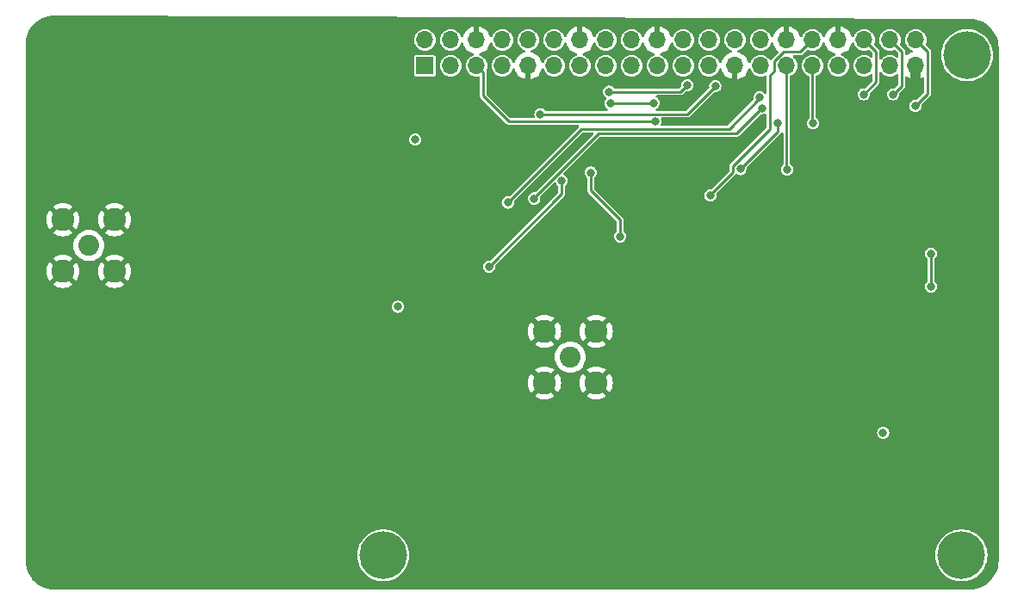
<source format=gbl>
%TF.GenerationSoftware,KiCad,Pcbnew,7.0.2-0*%
%TF.CreationDate,2024-03-08T21:10:32-08:00*%
%TF.ProjectId,Groundstation_Hat,47726f75-6e64-4737-9461-74696f6e5f48,rev?*%
%TF.SameCoordinates,Original*%
%TF.FileFunction,Copper,L4,Bot*%
%TF.FilePolarity,Positive*%
%FSLAX46Y46*%
G04 Gerber Fmt 4.6, Leading zero omitted, Abs format (unit mm)*
G04 Created by KiCad (PCBNEW 7.0.2-0) date 2024-03-08 21:10:32*
%MOMM*%
%LPD*%
G01*
G04 APERTURE LIST*
%TA.AperFunction,ComponentPad*%
%ADD10R,1.700000X1.700000*%
%TD*%
%TA.AperFunction,ComponentPad*%
%ADD11O,1.700000X1.700000*%
%TD*%
%TA.AperFunction,ComponentPad*%
%ADD12C,2.050000*%
%TD*%
%TA.AperFunction,ComponentPad*%
%ADD13C,2.250000*%
%TD*%
%TA.AperFunction,ComponentPad*%
%ADD14C,4.700000*%
%TD*%
%TA.AperFunction,ViaPad*%
%ADD15C,0.800000*%
%TD*%
%TA.AperFunction,Conductor*%
%ADD16C,1.000000*%
%TD*%
%TA.AperFunction,Conductor*%
%ADD17C,0.250000*%
%TD*%
G04 APERTURE END LIST*
D10*
X173150000Y-81490000D03*
D11*
X173150000Y-78950000D03*
X175690000Y-81490000D03*
X175690000Y-78950000D03*
X178230000Y-81490000D03*
X178230000Y-78950000D03*
X180770000Y-81490000D03*
X180770000Y-78950000D03*
X183310000Y-81490000D03*
X183310000Y-78950000D03*
X185850000Y-81490000D03*
X185850000Y-78950000D03*
X188390000Y-81490000D03*
X188390000Y-78950000D03*
X190930000Y-81490000D03*
X190930000Y-78950000D03*
X193470000Y-81490000D03*
X193470000Y-78950000D03*
X196010000Y-81490000D03*
X196010000Y-78950000D03*
X198550000Y-81490000D03*
X198550000Y-78950000D03*
X201090000Y-81490000D03*
X201090000Y-78950000D03*
X203630000Y-81490000D03*
X203630000Y-78950000D03*
X206170000Y-81490000D03*
X206170000Y-78950000D03*
X208710000Y-81490000D03*
X208710000Y-78950000D03*
X211250000Y-81490000D03*
X211250000Y-78950000D03*
X213790000Y-81490000D03*
X213790000Y-78950000D03*
X216330000Y-81490000D03*
X216330000Y-78950000D03*
X218870000Y-81490000D03*
X218870000Y-78950000D03*
X221410000Y-81490000D03*
X221410000Y-78950000D03*
D12*
X140110000Y-99180000D03*
D13*
X142650000Y-101720000D03*
X142650000Y-96640000D03*
X137570000Y-101720000D03*
X137570000Y-96640000D03*
D14*
X225900000Y-129650000D03*
X226450000Y-80450000D03*
D12*
X187450000Y-110150000D03*
D13*
X189990000Y-112690000D03*
X189990000Y-107610000D03*
X184910000Y-112690000D03*
X184910000Y-107610000D03*
D14*
X169050000Y-129650000D03*
D15*
X172200000Y-88750000D03*
X218200000Y-117600000D03*
X170500000Y-105200000D03*
X225850000Y-97750000D03*
X204800000Y-84100000D03*
X203350000Y-110450000D03*
X149350000Y-99600000D03*
X155100000Y-99500000D03*
X205400000Y-106700000D03*
X156950000Y-95750000D03*
X152200000Y-99600000D03*
X197450000Y-110350000D03*
X156900000Y-93800000D03*
X157050000Y-97950000D03*
X200150000Y-110450000D03*
X174500000Y-89250000D03*
X221250000Y-84150000D03*
X205400000Y-109050000D03*
X175250000Y-85200000D03*
X205350000Y-104700000D03*
X221750000Y-121025000D03*
X177950000Y-109000000D03*
X174350000Y-109100000D03*
X177950000Y-86450000D03*
X225900000Y-120750000D03*
X195800000Y-86974500D03*
X189450000Y-92000000D03*
X192350000Y-98274500D03*
X195650000Y-85150000D03*
X191387701Y-85187701D03*
X198950000Y-83400000D03*
X191250000Y-84050000D03*
X179450000Y-101250000D03*
X186600000Y-92805500D03*
X184500000Y-86250000D03*
X201700000Y-83500000D03*
X222900000Y-99975500D03*
X222900000Y-103200000D03*
X208750000Y-91700000D03*
X207850000Y-87150000D03*
X211300000Y-87150000D03*
X204150000Y-91650000D03*
X183900000Y-94550000D03*
X206325500Y-85648524D03*
X221350000Y-85450000D03*
X206050000Y-84600000D03*
X181300000Y-94950000D03*
X219200000Y-84300000D03*
X216300000Y-84300000D03*
X201200000Y-94254500D03*
D16*
X221410000Y-81490000D02*
X221410000Y-83990000D01*
D17*
X221410000Y-83990000D02*
X221250000Y-84150000D01*
X195800000Y-86974500D02*
X181424500Y-86974500D01*
X181424500Y-86974500D02*
X178850000Y-84400000D01*
X178850000Y-82110000D02*
X178230000Y-81490000D01*
X178850000Y-84400000D02*
X178850000Y-82110000D01*
X189450000Y-92000000D02*
X189450000Y-93750000D01*
X192350000Y-96650000D02*
X192350000Y-98274500D01*
X189450000Y-93750000D02*
X192350000Y-96650000D01*
X195612299Y-85187701D02*
X195650000Y-85150000D01*
X191387701Y-85187701D02*
X195612299Y-85187701D01*
X191250000Y-84050000D02*
X198300000Y-84050000D01*
X198300000Y-84050000D02*
X198950000Y-83400000D01*
X186600000Y-94100000D02*
X179450000Y-101250000D01*
X186600000Y-92805500D02*
X186600000Y-94100000D01*
X222900000Y-99975500D02*
X222900000Y-103200000D01*
X198950000Y-86250000D02*
X201700000Y-83500000D01*
X184500000Y-86250000D02*
X198950000Y-86250000D01*
X208710000Y-81490000D02*
X208710000Y-91660000D01*
X208710000Y-91660000D02*
X208750000Y-91700000D01*
X207850000Y-87950000D02*
X207850000Y-87150000D01*
X211250000Y-87100000D02*
X211250000Y-81490000D01*
X204150000Y-91650000D02*
X207850000Y-87950000D01*
X211300000Y-87150000D02*
X211250000Y-87100000D01*
X203800500Y-88149500D02*
X206325500Y-85624500D01*
X183900000Y-94480195D02*
X190230695Y-88149500D01*
X190230695Y-88149500D02*
X203800500Y-88149500D01*
X206325500Y-85624500D02*
X206325500Y-85648524D01*
X183900000Y-94550000D02*
X183900000Y-94480195D01*
X222585000Y-80125000D02*
X221410000Y-78950000D01*
X222585000Y-84215000D02*
X222585000Y-80125000D01*
X221350000Y-85450000D02*
X222585000Y-84215000D01*
X203050500Y-87699500D02*
X206000000Y-84750000D01*
X206000000Y-84750000D02*
X206000000Y-84650000D01*
X188550500Y-87699500D02*
X203050500Y-87699500D01*
X181300000Y-94950000D02*
X188550500Y-87699500D01*
X220045000Y-83455000D02*
X220045000Y-80125000D01*
X220045000Y-80125000D02*
X218870000Y-78950000D01*
X219200000Y-84300000D02*
X220045000Y-83455000D01*
X217505000Y-80125000D02*
X216330000Y-78950000D01*
X217505000Y-83095000D02*
X217505000Y-80125000D01*
X216300000Y-84300000D02*
X217505000Y-83095000D01*
X207050000Y-87724695D02*
X207050000Y-82461701D01*
X201200000Y-94254500D02*
X201200000Y-94175305D01*
X207535000Y-81976701D02*
X207535000Y-81003299D01*
X207050000Y-82461701D02*
X207535000Y-81976701D01*
X207535000Y-81003299D02*
X208413299Y-80125000D01*
X208413299Y-80125000D02*
X210075000Y-80125000D01*
X203425000Y-91950305D02*
X203425000Y-91349695D01*
X201200000Y-94175305D02*
X203425000Y-91950305D01*
X203425000Y-91349695D02*
X207050000Y-87724695D01*
X210075000Y-80125000D02*
X211250000Y-78950000D01*
%TA.AperFunction,Conductor*%
G36*
X226685343Y-76900230D02*
G01*
X226686689Y-76900501D01*
X226710118Y-76900501D01*
X226746530Y-76900501D01*
X226753483Y-76900696D01*
X227056500Y-76917714D01*
X227070303Y-76919269D01*
X227366080Y-76969523D01*
X227379636Y-76972617D01*
X227667927Y-77055673D01*
X227681053Y-77060266D01*
X227958229Y-77175076D01*
X227970743Y-77181102D01*
X228233344Y-77326237D01*
X228245099Y-77333624D01*
X228489779Y-77507234D01*
X228500645Y-77515899D01*
X228724357Y-77715821D01*
X228734189Y-77725653D01*
X228934092Y-77949343D01*
X228942763Y-77960215D01*
X229116374Y-78204898D01*
X229123772Y-78216672D01*
X229268894Y-78479250D01*
X229274927Y-78491778D01*
X229389735Y-78768950D01*
X229394328Y-78782075D01*
X229477382Y-79070362D01*
X229480476Y-79083919D01*
X229530729Y-79379689D01*
X229532286Y-79393507D01*
X229549305Y-79696552D01*
X229549500Y-79703505D01*
X229549500Y-130196520D01*
X229549305Y-130203473D01*
X229532287Y-130506493D01*
X229530730Y-130520311D01*
X229480477Y-130816080D01*
X229477383Y-130829637D01*
X229394327Y-131117928D01*
X229389734Y-131131053D01*
X229274927Y-131408223D01*
X229268894Y-131420751D01*
X229123772Y-131683328D01*
X229116374Y-131695102D01*
X228942767Y-131939779D01*
X228934097Y-131950651D01*
X228734185Y-132174353D01*
X228724352Y-132184186D01*
X228500649Y-132384098D01*
X228489778Y-132392767D01*
X228245105Y-132566373D01*
X228233330Y-132573772D01*
X227970750Y-132718894D01*
X227958222Y-132724927D01*
X227681052Y-132839734D01*
X227667927Y-132844327D01*
X227379636Y-132927383D01*
X227366079Y-132930477D01*
X227070310Y-132980730D01*
X227056492Y-132982287D01*
X226753472Y-132999305D01*
X226746519Y-132999500D01*
X136703481Y-132999500D01*
X136696528Y-132999305D01*
X136393506Y-132982287D01*
X136379688Y-132980730D01*
X136083920Y-132930477D01*
X136070363Y-132927383D01*
X135782072Y-132844327D01*
X135768948Y-132839734D01*
X135491777Y-132724927D01*
X135479248Y-132718894D01*
X135216671Y-132573772D01*
X135204897Y-132566374D01*
X134960214Y-132392763D01*
X134949342Y-132384092D01*
X134725647Y-132184184D01*
X134715815Y-132174352D01*
X134527616Y-131963759D01*
X134515902Y-131950651D01*
X134507236Y-131939785D01*
X134333625Y-131695102D01*
X134326227Y-131683328D01*
X134181105Y-131420751D01*
X134175072Y-131408223D01*
X134070230Y-131155109D01*
X134060265Y-131131051D01*
X134055672Y-131117927D01*
X134014143Y-130973781D01*
X133972615Y-130829634D01*
X133969522Y-130816079D01*
X133930609Y-130587053D01*
X133919268Y-130520303D01*
X133917713Y-130506501D01*
X133900695Y-130203473D01*
X133900501Y-130196501D01*
X133900517Y-130160119D01*
X133900731Y-129650000D01*
X166494457Y-129650000D01*
X166514608Y-129970294D01*
X166515335Y-129974106D01*
X166515337Y-129974120D01*
X166562720Y-130222506D01*
X166574744Y-130285538D01*
X166575947Y-130289241D01*
X166575949Y-130289248D01*
X166648795Y-130513445D01*
X166673916Y-130590758D01*
X166675573Y-130594281D01*
X166675575Y-130594284D01*
X166779944Y-130816079D01*
X166810561Y-130881142D01*
X166812643Y-130884423D01*
X166812646Y-130884428D01*
X166965074Y-131124616D01*
X166982522Y-131152110D01*
X167187089Y-131399390D01*
X167189928Y-131402056D01*
X167189930Y-131402058D01*
X167418193Y-131616411D01*
X167418199Y-131616416D01*
X167421036Y-131619080D01*
X167680672Y-131807716D01*
X167961903Y-131962324D01*
X168260294Y-132080466D01*
X168571139Y-132160277D01*
X168889536Y-132200500D01*
X168893431Y-132200500D01*
X169206569Y-132200500D01*
X169210464Y-132200500D01*
X169528861Y-132160277D01*
X169839706Y-132080466D01*
X170138097Y-131962324D01*
X170419328Y-131807716D01*
X170678964Y-131619080D01*
X170912911Y-131399390D01*
X171117478Y-131152110D01*
X171289439Y-130881142D01*
X171426084Y-130590758D01*
X171525256Y-130285538D01*
X171585392Y-129970294D01*
X171605543Y-129650000D01*
X223344457Y-129650000D01*
X223364608Y-129970294D01*
X223365335Y-129974106D01*
X223365337Y-129974120D01*
X223412720Y-130222506D01*
X223424744Y-130285538D01*
X223425947Y-130289241D01*
X223425949Y-130289248D01*
X223498795Y-130513445D01*
X223523916Y-130590758D01*
X223525573Y-130594281D01*
X223525575Y-130594284D01*
X223629944Y-130816079D01*
X223660561Y-130881142D01*
X223662643Y-130884423D01*
X223662646Y-130884428D01*
X223815074Y-131124616D01*
X223832522Y-131152110D01*
X224037089Y-131399390D01*
X224039928Y-131402056D01*
X224039930Y-131402058D01*
X224268193Y-131616411D01*
X224268199Y-131616416D01*
X224271036Y-131619080D01*
X224530672Y-131807716D01*
X224811903Y-131962324D01*
X225110294Y-132080466D01*
X225421139Y-132160277D01*
X225739536Y-132200500D01*
X225743431Y-132200500D01*
X226056569Y-132200500D01*
X226060464Y-132200500D01*
X226378861Y-132160277D01*
X226689706Y-132080466D01*
X226988097Y-131962324D01*
X227269328Y-131807716D01*
X227528964Y-131619080D01*
X227762911Y-131399390D01*
X227967478Y-131152110D01*
X228139439Y-130881142D01*
X228276084Y-130590758D01*
X228375256Y-130285538D01*
X228435392Y-129970294D01*
X228455543Y-129650000D01*
X228435392Y-129329706D01*
X228375256Y-129014462D01*
X228276084Y-128709242D01*
X228139439Y-128418858D01*
X227967478Y-128147890D01*
X227762911Y-127900610D01*
X227760069Y-127897941D01*
X227531806Y-127683588D01*
X227531798Y-127683582D01*
X227528964Y-127680920D01*
X227269328Y-127492284D01*
X226988097Y-127337676D01*
X226984475Y-127336242D01*
X226984471Y-127336240D01*
X226693331Y-127220969D01*
X226693327Y-127220967D01*
X226689706Y-127219534D01*
X226685932Y-127218565D01*
X226685926Y-127218563D01*
X226382634Y-127140691D01*
X226382622Y-127140688D01*
X226378861Y-127139723D01*
X226375010Y-127139236D01*
X226374997Y-127139234D01*
X226064329Y-127099988D01*
X226064324Y-127099987D01*
X226060464Y-127099500D01*
X225739536Y-127099500D01*
X225735676Y-127099987D01*
X225735670Y-127099988D01*
X225425002Y-127139234D01*
X225424986Y-127139236D01*
X225421139Y-127139723D01*
X225417380Y-127140688D01*
X225417365Y-127140691D01*
X225114073Y-127218563D01*
X225114062Y-127218566D01*
X225110294Y-127219534D01*
X225106677Y-127220966D01*
X225106668Y-127220969D01*
X224815528Y-127336240D01*
X224815517Y-127336244D01*
X224811903Y-127337676D01*
X224808491Y-127339551D01*
X224808484Y-127339555D01*
X224534098Y-127490400D01*
X224534091Y-127490404D01*
X224530672Y-127492284D01*
X224527516Y-127494576D01*
X224527508Y-127494582D01*
X224274192Y-127678626D01*
X224274181Y-127678634D01*
X224271036Y-127680920D01*
X224268208Y-127683575D01*
X224268193Y-127683588D01*
X224039930Y-127897941D01*
X224039920Y-127897950D01*
X224037089Y-127900610D01*
X224034610Y-127903606D01*
X224034603Y-127903614D01*
X223835003Y-128144890D01*
X223834997Y-128144898D01*
X223832522Y-128147890D01*
X223830441Y-128151168D01*
X223830436Y-128151176D01*
X223662646Y-128415571D01*
X223662639Y-128415582D01*
X223660561Y-128418858D01*
X223658907Y-128422372D01*
X223658902Y-128422382D01*
X223525575Y-128705715D01*
X223525571Y-128705724D01*
X223523916Y-128709242D01*
X223522714Y-128712938D01*
X223522712Y-128712946D01*
X223425949Y-129010751D01*
X223425946Y-129010762D01*
X223424744Y-129014462D01*
X223424015Y-129018282D01*
X223424013Y-129018291D01*
X223365337Y-129325879D01*
X223365334Y-129325895D01*
X223364608Y-129329706D01*
X223344457Y-129650000D01*
X171605543Y-129650000D01*
X171585392Y-129329706D01*
X171525256Y-129014462D01*
X171426084Y-128709242D01*
X171289439Y-128418858D01*
X171117478Y-128147890D01*
X170912911Y-127900610D01*
X170910069Y-127897941D01*
X170681806Y-127683588D01*
X170681798Y-127683582D01*
X170678964Y-127680920D01*
X170419328Y-127492284D01*
X170138097Y-127337676D01*
X170134475Y-127336242D01*
X170134471Y-127336240D01*
X169843331Y-127220969D01*
X169843327Y-127220967D01*
X169839706Y-127219534D01*
X169835932Y-127218565D01*
X169835926Y-127218563D01*
X169532634Y-127140691D01*
X169532622Y-127140688D01*
X169528861Y-127139723D01*
X169525010Y-127139236D01*
X169524997Y-127139234D01*
X169214329Y-127099988D01*
X169214324Y-127099987D01*
X169210464Y-127099500D01*
X168889536Y-127099500D01*
X168885676Y-127099987D01*
X168885670Y-127099988D01*
X168575002Y-127139234D01*
X168574986Y-127139236D01*
X168571139Y-127139723D01*
X168567380Y-127140688D01*
X168567365Y-127140691D01*
X168264073Y-127218563D01*
X168264062Y-127218566D01*
X168260294Y-127219534D01*
X168256677Y-127220966D01*
X168256668Y-127220969D01*
X167965528Y-127336240D01*
X167965517Y-127336244D01*
X167961903Y-127337676D01*
X167958491Y-127339551D01*
X167958484Y-127339555D01*
X167684098Y-127490400D01*
X167684091Y-127490404D01*
X167680672Y-127492284D01*
X167677516Y-127494576D01*
X167677508Y-127494582D01*
X167424192Y-127678626D01*
X167424181Y-127678634D01*
X167421036Y-127680920D01*
X167418208Y-127683575D01*
X167418193Y-127683588D01*
X167189930Y-127897941D01*
X167189920Y-127897950D01*
X167187089Y-127900610D01*
X167184610Y-127903606D01*
X167184603Y-127903614D01*
X166985003Y-128144890D01*
X166984997Y-128144898D01*
X166982522Y-128147890D01*
X166980441Y-128151168D01*
X166980436Y-128151176D01*
X166812646Y-128415571D01*
X166812639Y-128415582D01*
X166810561Y-128418858D01*
X166808907Y-128422372D01*
X166808902Y-128422382D01*
X166675575Y-128705715D01*
X166675571Y-128705724D01*
X166673916Y-128709242D01*
X166672714Y-128712938D01*
X166672712Y-128712946D01*
X166575949Y-129010751D01*
X166575946Y-129010762D01*
X166574744Y-129014462D01*
X166574015Y-129018282D01*
X166574013Y-129018291D01*
X166515337Y-129325879D01*
X166515334Y-129325895D01*
X166514608Y-129329706D01*
X166494457Y-129650000D01*
X133900731Y-129650000D01*
X133905780Y-117600000D01*
X217594317Y-117600000D01*
X217614956Y-117756762D01*
X217675463Y-117902840D01*
X217771717Y-118028282D01*
X217897159Y-118124535D01*
X217897159Y-118124536D01*
X218043238Y-118185044D01*
X218200000Y-118205682D01*
X218356762Y-118185044D01*
X218502841Y-118124536D01*
X218628282Y-118028282D01*
X218724536Y-117902841D01*
X218785044Y-117756762D01*
X218805682Y-117600000D01*
X218785044Y-117443238D01*
X218724536Y-117297159D01*
X218724536Y-117297158D01*
X218628282Y-117171717D01*
X218502840Y-117075463D01*
X218356762Y-117014956D01*
X218200000Y-116994317D01*
X218043237Y-117014956D01*
X217897159Y-117075463D01*
X217771717Y-117171717D01*
X217675463Y-117297159D01*
X217614956Y-117443237D01*
X217594317Y-117600000D01*
X133905780Y-117600000D01*
X133907837Y-112689999D01*
X183279975Y-112689999D01*
X183300043Y-112944993D01*
X183359753Y-113193705D01*
X183457636Y-113430012D01*
X183591284Y-113648108D01*
X183594533Y-113651911D01*
X183594535Y-113651911D01*
X184158766Y-113087679D01*
X184202316Y-113169822D01*
X184322009Y-113310735D01*
X184469195Y-113422623D01*
X184511402Y-113442150D01*
X183948087Y-114005464D01*
X183948087Y-114005465D01*
X183951895Y-114008718D01*
X184169982Y-114142361D01*
X184406294Y-114240246D01*
X184655006Y-114299956D01*
X184910000Y-114320024D01*
X185164993Y-114299956D01*
X185413705Y-114240246D01*
X185650012Y-114142363D01*
X185868108Y-114008715D01*
X185871911Y-114005465D01*
X185871912Y-114005464D01*
X185308609Y-113442161D01*
X185427431Y-113370669D01*
X185561658Y-113243523D01*
X185664861Y-113091308D01*
X186225464Y-113651912D01*
X186225465Y-113651911D01*
X186228715Y-113648108D01*
X186362363Y-113430012D01*
X186460246Y-113193705D01*
X186519956Y-112944993D01*
X186540024Y-112689999D01*
X188359975Y-112689999D01*
X188380043Y-112944993D01*
X188439753Y-113193705D01*
X188537636Y-113430012D01*
X188671284Y-113648108D01*
X188674533Y-113651911D01*
X188674535Y-113651911D01*
X189238766Y-113087679D01*
X189282316Y-113169822D01*
X189402009Y-113310735D01*
X189549195Y-113422623D01*
X189591402Y-113442150D01*
X189028087Y-114005464D01*
X189028087Y-114005465D01*
X189031895Y-114008718D01*
X189249982Y-114142361D01*
X189486294Y-114240246D01*
X189735006Y-114299956D01*
X189989999Y-114320024D01*
X190244993Y-114299956D01*
X190493705Y-114240246D01*
X190730012Y-114142363D01*
X190948108Y-114008715D01*
X190951911Y-114005465D01*
X190951912Y-114005464D01*
X190388609Y-113442161D01*
X190507431Y-113370669D01*
X190641658Y-113243523D01*
X190744861Y-113091308D01*
X191305464Y-113651912D01*
X191305465Y-113651911D01*
X191308715Y-113648108D01*
X191442363Y-113430012D01*
X191540246Y-113193705D01*
X191599956Y-112944993D01*
X191620024Y-112690000D01*
X191599956Y-112435006D01*
X191540246Y-112186294D01*
X191442361Y-111949982D01*
X191308718Y-111731895D01*
X191305465Y-111728087D01*
X191305464Y-111728087D01*
X190741232Y-112292318D01*
X190697684Y-112210178D01*
X190577991Y-112069265D01*
X190430805Y-111957377D01*
X190388597Y-111937849D01*
X190951911Y-111374535D01*
X190951911Y-111374533D01*
X190948108Y-111371284D01*
X190730012Y-111237636D01*
X190493705Y-111139753D01*
X190244993Y-111080043D01*
X189990000Y-111059975D01*
X189735006Y-111080043D01*
X189486294Y-111139753D01*
X189249982Y-111237638D01*
X189031895Y-111371281D01*
X189028087Y-111374533D01*
X189028087Y-111374534D01*
X189591390Y-111937837D01*
X189472569Y-112009331D01*
X189338342Y-112136477D01*
X189235138Y-112288691D01*
X188674534Y-111728087D01*
X188674533Y-111728087D01*
X188671281Y-111731895D01*
X188537638Y-111949982D01*
X188439753Y-112186294D01*
X188380043Y-112435006D01*
X188359975Y-112689999D01*
X186540024Y-112689999D01*
X186519956Y-112435006D01*
X186460246Y-112186294D01*
X186362361Y-111949982D01*
X186228718Y-111731895D01*
X186225465Y-111728087D01*
X186225464Y-111728087D01*
X185661232Y-112292318D01*
X185617684Y-112210178D01*
X185497991Y-112069265D01*
X185350805Y-111957377D01*
X185308597Y-111937849D01*
X185871911Y-111374535D01*
X185871911Y-111374533D01*
X185868108Y-111371284D01*
X185650012Y-111237636D01*
X185413705Y-111139753D01*
X185164993Y-111080043D01*
X184909999Y-111059975D01*
X184655006Y-111080043D01*
X184406294Y-111139753D01*
X184169982Y-111237638D01*
X183951895Y-111371281D01*
X183948087Y-111374533D01*
X183948087Y-111374534D01*
X184511390Y-111937837D01*
X184392569Y-112009331D01*
X184258342Y-112136477D01*
X184155138Y-112288691D01*
X183594534Y-111728087D01*
X183594533Y-111728087D01*
X183591281Y-111731895D01*
X183457638Y-111949982D01*
X183359753Y-112186294D01*
X183300043Y-112435006D01*
X183279975Y-112689999D01*
X133907837Y-112689999D01*
X133908901Y-110149999D01*
X185919783Y-110149999D01*
X185938623Y-110389380D01*
X185994676Y-110622863D01*
X186059652Y-110779727D01*
X186086567Y-110844704D01*
X186212028Y-111049439D01*
X186367973Y-111232027D01*
X186550561Y-111387972D01*
X186755296Y-111513433D01*
X186912160Y-111578408D01*
X186977136Y-111605323D01*
X187050898Y-111623031D01*
X187210621Y-111661377D01*
X187450000Y-111680217D01*
X187689379Y-111661377D01*
X187922863Y-111605323D01*
X188144704Y-111513433D01*
X188349439Y-111387972D01*
X188532027Y-111232027D01*
X188687972Y-111049439D01*
X188813433Y-110844704D01*
X188905323Y-110622863D01*
X188961377Y-110389379D01*
X188980217Y-110150000D01*
X188961377Y-109910621D01*
X188905323Y-109677137D01*
X188813433Y-109455296D01*
X188687972Y-109250561D01*
X188532027Y-109067973D01*
X188349439Y-108912028D01*
X188144704Y-108786567D01*
X188079727Y-108759652D01*
X187922863Y-108694676D01*
X187689380Y-108638623D01*
X187450000Y-108619783D01*
X187210619Y-108638623D01*
X186977136Y-108694676D01*
X186755296Y-108786567D01*
X186550560Y-108912028D01*
X186367973Y-109067973D01*
X186212028Y-109250560D01*
X186086567Y-109455296D01*
X185994676Y-109677136D01*
X185938623Y-109910619D01*
X185919783Y-110149999D01*
X133908901Y-110149999D01*
X133909965Y-107610000D01*
X183279975Y-107610000D01*
X183300043Y-107864993D01*
X183359753Y-108113705D01*
X183457636Y-108350012D01*
X183591284Y-108568108D01*
X183594533Y-108571911D01*
X183594535Y-108571911D01*
X184158766Y-108007679D01*
X184202316Y-108089822D01*
X184322009Y-108230735D01*
X184469195Y-108342623D01*
X184511402Y-108362150D01*
X183948087Y-108925464D01*
X183948087Y-108925465D01*
X183951895Y-108928718D01*
X184169982Y-109062361D01*
X184406294Y-109160246D01*
X184655006Y-109219956D01*
X184910000Y-109240024D01*
X185164993Y-109219956D01*
X185413705Y-109160246D01*
X185650012Y-109062363D01*
X185868108Y-108928715D01*
X185871911Y-108925465D01*
X185871912Y-108925464D01*
X185308609Y-108362161D01*
X185427431Y-108290669D01*
X185561658Y-108163523D01*
X185664861Y-108011309D01*
X186225464Y-108571912D01*
X186225465Y-108571911D01*
X186228715Y-108568108D01*
X186362363Y-108350012D01*
X186460246Y-108113705D01*
X186519956Y-107864993D01*
X186540024Y-107610000D01*
X188359975Y-107610000D01*
X188380043Y-107864993D01*
X188439753Y-108113705D01*
X188537636Y-108350012D01*
X188671284Y-108568108D01*
X188674533Y-108571911D01*
X188674535Y-108571911D01*
X189238766Y-108007679D01*
X189282316Y-108089822D01*
X189402009Y-108230735D01*
X189549195Y-108342623D01*
X189591402Y-108362150D01*
X189028087Y-108925464D01*
X189028087Y-108925465D01*
X189031895Y-108928718D01*
X189249982Y-109062361D01*
X189486294Y-109160246D01*
X189735006Y-109219956D01*
X189990000Y-109240024D01*
X190244993Y-109219956D01*
X190493705Y-109160246D01*
X190730012Y-109062363D01*
X190948108Y-108928715D01*
X190951911Y-108925465D01*
X190951912Y-108925464D01*
X190388609Y-108362161D01*
X190507431Y-108290669D01*
X190641658Y-108163523D01*
X190744861Y-108011309D01*
X191305464Y-108571912D01*
X191305465Y-108571911D01*
X191308715Y-108568108D01*
X191442363Y-108350012D01*
X191540246Y-108113705D01*
X191599956Y-107864993D01*
X191620024Y-107610000D01*
X191599956Y-107355006D01*
X191540246Y-107106294D01*
X191442361Y-106869982D01*
X191308718Y-106651895D01*
X191305465Y-106648087D01*
X191305464Y-106648087D01*
X190741232Y-107212318D01*
X190697684Y-107130178D01*
X190577991Y-106989265D01*
X190430805Y-106877377D01*
X190388597Y-106857849D01*
X190951911Y-106294535D01*
X190951911Y-106294533D01*
X190948108Y-106291284D01*
X190730012Y-106157636D01*
X190493705Y-106059753D01*
X190244993Y-106000043D01*
X189990000Y-105979975D01*
X189735006Y-106000043D01*
X189486294Y-106059753D01*
X189249982Y-106157638D01*
X189031895Y-106291281D01*
X189028087Y-106294533D01*
X189028087Y-106294534D01*
X189591390Y-106857837D01*
X189472569Y-106929331D01*
X189338342Y-107056477D01*
X189235138Y-107208691D01*
X188674534Y-106648087D01*
X188674533Y-106648087D01*
X188671281Y-106651895D01*
X188537638Y-106869982D01*
X188439753Y-107106294D01*
X188380043Y-107355006D01*
X188359975Y-107610000D01*
X186540024Y-107610000D01*
X186519956Y-107355006D01*
X186460246Y-107106294D01*
X186362361Y-106869982D01*
X186228718Y-106651895D01*
X186225465Y-106648087D01*
X186225464Y-106648087D01*
X185661232Y-107212319D01*
X185617684Y-107130178D01*
X185497991Y-106989265D01*
X185350805Y-106877377D01*
X185308597Y-106857849D01*
X185871911Y-106294535D01*
X185871911Y-106294533D01*
X185868108Y-106291284D01*
X185650012Y-106157636D01*
X185413705Y-106059753D01*
X185164993Y-106000043D01*
X184910000Y-105979975D01*
X184655006Y-106000043D01*
X184406294Y-106059753D01*
X184169982Y-106157638D01*
X183951895Y-106291281D01*
X183948087Y-106294533D01*
X183948087Y-106294534D01*
X184511390Y-106857837D01*
X184392569Y-106929331D01*
X184258342Y-107056477D01*
X184155138Y-107208691D01*
X183594534Y-106648087D01*
X183594533Y-106648087D01*
X183591281Y-106651895D01*
X183457638Y-106869982D01*
X183359753Y-107106294D01*
X183300043Y-107355006D01*
X183279975Y-107610000D01*
X133909965Y-107610000D01*
X133910975Y-105200000D01*
X169894317Y-105200000D01*
X169914956Y-105356762D01*
X169975463Y-105502840D01*
X170071717Y-105628282D01*
X170197159Y-105724535D01*
X170197159Y-105724536D01*
X170343238Y-105785044D01*
X170500000Y-105805682D01*
X170656762Y-105785044D01*
X170802841Y-105724536D01*
X170928282Y-105628282D01*
X171024536Y-105502841D01*
X171085044Y-105356762D01*
X171105682Y-105200000D01*
X171085044Y-105043238D01*
X171024536Y-104897159D01*
X170928282Y-104771717D01*
X170802840Y-104675463D01*
X170656762Y-104614956D01*
X170500000Y-104594317D01*
X170343237Y-104614956D01*
X170197159Y-104675463D01*
X170071717Y-104771717D01*
X169975463Y-104897159D01*
X169914956Y-105043237D01*
X169894317Y-105200000D01*
X133910975Y-105200000D01*
X133912433Y-101719999D01*
X135939975Y-101719999D01*
X135960043Y-101974993D01*
X136019753Y-102223705D01*
X136117636Y-102460012D01*
X136251284Y-102678108D01*
X136254533Y-102681911D01*
X136254535Y-102681911D01*
X136818766Y-102117679D01*
X136862316Y-102199822D01*
X136982009Y-102340735D01*
X137129195Y-102452623D01*
X137171402Y-102472150D01*
X136608087Y-103035464D01*
X136608087Y-103035465D01*
X136611895Y-103038718D01*
X136829982Y-103172361D01*
X137066294Y-103270246D01*
X137315006Y-103329956D01*
X137570000Y-103350024D01*
X137824993Y-103329956D01*
X138073705Y-103270246D01*
X138310012Y-103172363D01*
X138528108Y-103038715D01*
X138531911Y-103035465D01*
X138531912Y-103035464D01*
X137968609Y-102472161D01*
X138087431Y-102400669D01*
X138221658Y-102273523D01*
X138324861Y-102121309D01*
X138885464Y-102681912D01*
X138885465Y-102681911D01*
X138888715Y-102678108D01*
X139022363Y-102460012D01*
X139120246Y-102223705D01*
X139179956Y-101974993D01*
X139200024Y-101720000D01*
X141019975Y-101720000D01*
X141040043Y-101974993D01*
X141099753Y-102223705D01*
X141197636Y-102460012D01*
X141331284Y-102678108D01*
X141334533Y-102681911D01*
X141334535Y-102681911D01*
X141898766Y-102117679D01*
X141942316Y-102199822D01*
X142062009Y-102340735D01*
X142209195Y-102452623D01*
X142251402Y-102472150D01*
X141688087Y-103035464D01*
X141688087Y-103035465D01*
X141691895Y-103038718D01*
X141909982Y-103172361D01*
X142146294Y-103270246D01*
X142395006Y-103329956D01*
X142650000Y-103350024D01*
X142904993Y-103329956D01*
X143153705Y-103270246D01*
X143323291Y-103200000D01*
X222294317Y-103200000D01*
X222314956Y-103356762D01*
X222375463Y-103502840D01*
X222471717Y-103628282D01*
X222597158Y-103724535D01*
X222597159Y-103724536D01*
X222743238Y-103785044D01*
X222900000Y-103805682D01*
X223056762Y-103785044D01*
X223202841Y-103724536D01*
X223328282Y-103628282D01*
X223424536Y-103502841D01*
X223485044Y-103356762D01*
X223505682Y-103200000D01*
X223485044Y-103043238D01*
X223424536Y-102897159D01*
X223328282Y-102771718D01*
X223328282Y-102771717D01*
X223274012Y-102730074D01*
X223232810Y-102673646D01*
X223225500Y-102631699D01*
X223225500Y-100543799D01*
X223245185Y-100476760D01*
X223274014Y-100445423D01*
X223328282Y-100403782D01*
X223424536Y-100278341D01*
X223485044Y-100132262D01*
X223505682Y-99975500D01*
X223485044Y-99818738D01*
X223424536Y-99672659D01*
X223409346Y-99652863D01*
X223328282Y-99547217D01*
X223202840Y-99450963D01*
X223056762Y-99390456D01*
X222900000Y-99369817D01*
X222743237Y-99390456D01*
X222597159Y-99450963D01*
X222471717Y-99547217D01*
X222375463Y-99672659D01*
X222314956Y-99818737D01*
X222294317Y-99975499D01*
X222314956Y-100132262D01*
X222375463Y-100278340D01*
X222375464Y-100278341D01*
X222471718Y-100403782D01*
X222490210Y-100417971D01*
X222525986Y-100445423D01*
X222567189Y-100501850D01*
X222574500Y-100543799D01*
X222574500Y-102631699D01*
X222554815Y-102698738D01*
X222525988Y-102730074D01*
X222471717Y-102771718D01*
X222375463Y-102897159D01*
X222314956Y-103043237D01*
X222294317Y-103200000D01*
X143323291Y-103200000D01*
X143390012Y-103172363D01*
X143608108Y-103038715D01*
X143611911Y-103035465D01*
X143611912Y-103035464D01*
X143048609Y-102472161D01*
X143167431Y-102400669D01*
X143301658Y-102273523D01*
X143404861Y-102121308D01*
X143965464Y-102681912D01*
X143965465Y-102681911D01*
X143968715Y-102678108D01*
X144102363Y-102460012D01*
X144200246Y-102223705D01*
X144259956Y-101974993D01*
X144280024Y-101719999D01*
X144259956Y-101465006D01*
X144200246Y-101216294D01*
X144102361Y-100979982D01*
X143968718Y-100761895D01*
X143965465Y-100758087D01*
X143965464Y-100758087D01*
X143401232Y-101322319D01*
X143357684Y-101240178D01*
X143237991Y-101099265D01*
X143090805Y-100987377D01*
X143048597Y-100967849D01*
X143611911Y-100404535D01*
X143611911Y-100404533D01*
X143608108Y-100401284D01*
X143390012Y-100267636D01*
X143153705Y-100169753D01*
X142904993Y-100110043D01*
X142650000Y-100089975D01*
X142395006Y-100110043D01*
X142146294Y-100169753D01*
X141909982Y-100267638D01*
X141691895Y-100401281D01*
X141688087Y-100404533D01*
X141688087Y-100404534D01*
X142251390Y-100967837D01*
X142132569Y-101039331D01*
X141998342Y-101166477D01*
X141895138Y-101318691D01*
X141334534Y-100758087D01*
X141334533Y-100758087D01*
X141331281Y-100761895D01*
X141197638Y-100979982D01*
X141099753Y-101216294D01*
X141040043Y-101465006D01*
X141019975Y-101720000D01*
X139200024Y-101720000D01*
X139200024Y-101719999D01*
X139179956Y-101465006D01*
X139120246Y-101216294D01*
X139022361Y-100979982D01*
X138888718Y-100761895D01*
X138885465Y-100758087D01*
X138885464Y-100758087D01*
X138321232Y-101322319D01*
X138277684Y-101240178D01*
X138157991Y-101099265D01*
X138010805Y-100987377D01*
X137968597Y-100967849D01*
X138531911Y-100404535D01*
X138531911Y-100404533D01*
X138528108Y-100401284D01*
X138310012Y-100267636D01*
X138073705Y-100169753D01*
X137824993Y-100110043D01*
X137570000Y-100089975D01*
X137315006Y-100110043D01*
X137066294Y-100169753D01*
X136829982Y-100267638D01*
X136611895Y-100401281D01*
X136608087Y-100404533D01*
X136608087Y-100404534D01*
X137171390Y-100967837D01*
X137052569Y-101039331D01*
X136918342Y-101166477D01*
X136815138Y-101318691D01*
X136254534Y-100758087D01*
X136254533Y-100758087D01*
X136251281Y-100761895D01*
X136117638Y-100979982D01*
X136019753Y-101216294D01*
X135960043Y-101465006D01*
X135939975Y-101719999D01*
X133912433Y-101719999D01*
X133913497Y-99180000D01*
X138579783Y-99180000D01*
X138598623Y-99419380D01*
X138654676Y-99652863D01*
X138719652Y-99809727D01*
X138746567Y-99874704D01*
X138872028Y-100079439D01*
X139027973Y-100262027D01*
X139210561Y-100417972D01*
X139415296Y-100543433D01*
X139572160Y-100608408D01*
X139637136Y-100635323D01*
X139674600Y-100644317D01*
X139870621Y-100691377D01*
X140110000Y-100710217D01*
X140349379Y-100691377D01*
X140582863Y-100635323D01*
X140804704Y-100543433D01*
X141009439Y-100417972D01*
X141192027Y-100262027D01*
X141347972Y-100079439D01*
X141473433Y-99874704D01*
X141565323Y-99652863D01*
X141621377Y-99419379D01*
X141640217Y-99180000D01*
X141621377Y-98940621D01*
X141565323Y-98707137D01*
X141473433Y-98485296D01*
X141347972Y-98280561D01*
X141192027Y-98097973D01*
X141009439Y-97942028D01*
X140804704Y-97816567D01*
X140739727Y-97789652D01*
X140582863Y-97724676D01*
X140349380Y-97668623D01*
X140229689Y-97659202D01*
X140110000Y-97649783D01*
X140109999Y-97649783D01*
X139870619Y-97668623D01*
X139637136Y-97724676D01*
X139415296Y-97816567D01*
X139210560Y-97942028D01*
X139027973Y-98097973D01*
X138872028Y-98280560D01*
X138746567Y-98485296D01*
X138654676Y-98707136D01*
X138598623Y-98940619D01*
X138579783Y-99180000D01*
X133913497Y-99180000D01*
X133914562Y-96640000D01*
X135939975Y-96640000D01*
X135960043Y-96894993D01*
X136019753Y-97143705D01*
X136117636Y-97380012D01*
X136251284Y-97598108D01*
X136254533Y-97601911D01*
X136254535Y-97601911D01*
X136818766Y-97037679D01*
X136862316Y-97119822D01*
X136982009Y-97260735D01*
X137129195Y-97372623D01*
X137171402Y-97392150D01*
X136608087Y-97955464D01*
X136608087Y-97955465D01*
X136611895Y-97958718D01*
X136829982Y-98092361D01*
X137066294Y-98190246D01*
X137315006Y-98249956D01*
X137570000Y-98270024D01*
X137824993Y-98249956D01*
X138073705Y-98190246D01*
X138310012Y-98092363D01*
X138528108Y-97958715D01*
X138531911Y-97955465D01*
X138531912Y-97955464D01*
X137968609Y-97392161D01*
X138087431Y-97320669D01*
X138221658Y-97193523D01*
X138324861Y-97041309D01*
X138885464Y-97601912D01*
X138885465Y-97601911D01*
X138888715Y-97598108D01*
X139022363Y-97380012D01*
X139120246Y-97143705D01*
X139179956Y-96894993D01*
X139200024Y-96640000D01*
X141019975Y-96640000D01*
X141040043Y-96894993D01*
X141099753Y-97143705D01*
X141197636Y-97380012D01*
X141331284Y-97598108D01*
X141334533Y-97601911D01*
X141334535Y-97601911D01*
X141898766Y-97037679D01*
X141942316Y-97119822D01*
X142062009Y-97260735D01*
X142209195Y-97372623D01*
X142251402Y-97392150D01*
X141688087Y-97955464D01*
X141688087Y-97955465D01*
X141691895Y-97958718D01*
X141909982Y-98092361D01*
X142146294Y-98190246D01*
X142395006Y-98249956D01*
X142650000Y-98270024D01*
X142904993Y-98249956D01*
X143153705Y-98190246D01*
X143390012Y-98092363D01*
X143608108Y-97958715D01*
X143611911Y-97955465D01*
X143611912Y-97955464D01*
X143048609Y-97392161D01*
X143167431Y-97320669D01*
X143301658Y-97193523D01*
X143404861Y-97041309D01*
X143965464Y-97601912D01*
X143965465Y-97601911D01*
X143968715Y-97598108D01*
X144102363Y-97380012D01*
X144200246Y-97143705D01*
X144259956Y-96894993D01*
X144280024Y-96640000D01*
X144259956Y-96385006D01*
X144200246Y-96136294D01*
X144102361Y-95899982D01*
X143968718Y-95681895D01*
X143965465Y-95678087D01*
X143965464Y-95678087D01*
X143401232Y-96242319D01*
X143357684Y-96160178D01*
X143237991Y-96019265D01*
X143090805Y-95907377D01*
X143048596Y-95887849D01*
X143611911Y-95324535D01*
X143611911Y-95324533D01*
X143608108Y-95321284D01*
X143390012Y-95187636D01*
X143153705Y-95089753D01*
X142904993Y-95030043D01*
X142650000Y-95009975D01*
X142395006Y-95030043D01*
X142146294Y-95089753D01*
X141909982Y-95187638D01*
X141691895Y-95321281D01*
X141688087Y-95324533D01*
X142251391Y-95887837D01*
X142132569Y-95959331D01*
X141998342Y-96086477D01*
X141895138Y-96238691D01*
X141334534Y-95678087D01*
X141334533Y-95678087D01*
X141331281Y-95681895D01*
X141197638Y-95899982D01*
X141099753Y-96136294D01*
X141040043Y-96385006D01*
X141019975Y-96640000D01*
X139200024Y-96640000D01*
X139179956Y-96385006D01*
X139120246Y-96136294D01*
X139022361Y-95899982D01*
X138888718Y-95681895D01*
X138885465Y-95678087D01*
X138885464Y-95678087D01*
X138321232Y-96242319D01*
X138277684Y-96160178D01*
X138157991Y-96019265D01*
X138010805Y-95907377D01*
X137968596Y-95887849D01*
X138531911Y-95324535D01*
X138531911Y-95324533D01*
X138528108Y-95321284D01*
X138310012Y-95187636D01*
X138073705Y-95089753D01*
X137824993Y-95030043D01*
X137570000Y-95009975D01*
X137315006Y-95030043D01*
X137066294Y-95089753D01*
X136829982Y-95187638D01*
X136611895Y-95321281D01*
X136608087Y-95324533D01*
X137171391Y-95887837D01*
X137052569Y-95959331D01*
X136918342Y-96086477D01*
X136815138Y-96238691D01*
X136254534Y-95678087D01*
X136254533Y-95678087D01*
X136251281Y-95681895D01*
X136117638Y-95899982D01*
X136019753Y-96136294D01*
X135960043Y-96385006D01*
X135939975Y-96640000D01*
X133914562Y-96640000D01*
X133917868Y-88749999D01*
X171594317Y-88749999D01*
X171614956Y-88906762D01*
X171675463Y-89052840D01*
X171771717Y-89178282D01*
X171897159Y-89274536D01*
X172043238Y-89335044D01*
X172200000Y-89355682D01*
X172356762Y-89335044D01*
X172502841Y-89274536D01*
X172628282Y-89178282D01*
X172724536Y-89052841D01*
X172785044Y-88906762D01*
X172805682Y-88750000D01*
X172785044Y-88593238D01*
X172724536Y-88447159D01*
X172690417Y-88402694D01*
X172628282Y-88321717D01*
X172502840Y-88225463D01*
X172356762Y-88164956D01*
X172200000Y-88144317D01*
X172043237Y-88164956D01*
X171897159Y-88225463D01*
X171771717Y-88321717D01*
X171675463Y-88447159D01*
X171614956Y-88593237D01*
X171594317Y-88749999D01*
X133917868Y-88749999D01*
X133920546Y-82359748D01*
X172099500Y-82359748D01*
X172111132Y-82418230D01*
X172155447Y-82484552D01*
X172221769Y-82528867D01*
X172280251Y-82540500D01*
X172280252Y-82540500D01*
X174019749Y-82540500D01*
X174072600Y-82529987D01*
X174078231Y-82528867D01*
X174144552Y-82484552D01*
X174188867Y-82418231D01*
X174200500Y-82359748D01*
X174200500Y-81490000D01*
X174634417Y-81490000D01*
X174654699Y-81695932D01*
X174654700Y-81695934D01*
X174714768Y-81893954D01*
X174812315Y-82076450D01*
X174845089Y-82116385D01*
X174943589Y-82236410D01*
X175009883Y-82290815D01*
X175103550Y-82367685D01*
X175286046Y-82465232D01*
X175484066Y-82525300D01*
X175690000Y-82545583D01*
X175895934Y-82525300D01*
X176093954Y-82465232D01*
X176276450Y-82367685D01*
X176436410Y-82236410D01*
X176567685Y-82076450D01*
X176665232Y-81893954D01*
X176725300Y-81695934D01*
X176745583Y-81490000D01*
X176725300Y-81284066D01*
X176665232Y-81086046D01*
X176567685Y-80903550D01*
X176475190Y-80790844D01*
X176436410Y-80743589D01*
X176286121Y-80620252D01*
X176276450Y-80612315D01*
X176093954Y-80514768D01*
X175989211Y-80482995D01*
X175895932Y-80454699D01*
X175699970Y-80435399D01*
X175690000Y-80434417D01*
X175689999Y-80434417D01*
X175484067Y-80454699D01*
X175349736Y-80495448D01*
X175286050Y-80514767D01*
X175286043Y-80514769D01*
X175103551Y-80612314D01*
X174943589Y-80743589D01*
X174812314Y-80903551D01*
X174714769Y-81086043D01*
X174654699Y-81284067D01*
X174634417Y-81490000D01*
X174200500Y-81490000D01*
X174200500Y-80620252D01*
X174188867Y-80561769D01*
X174176168Y-80542764D01*
X174144552Y-80495447D01*
X174078230Y-80451132D01*
X174019749Y-80439500D01*
X174019748Y-80439500D01*
X172280252Y-80439500D01*
X172280251Y-80439500D01*
X172221769Y-80451132D01*
X172155447Y-80495447D01*
X172111132Y-80561769D01*
X172099500Y-80620251D01*
X172099500Y-82359748D01*
X133920546Y-82359748D01*
X133921791Y-79387234D01*
X133921820Y-79387098D01*
X133921820Y-79324798D01*
X133922015Y-79317846D01*
X133925413Y-79257336D01*
X133939031Y-79014813D01*
X133940585Y-79001019D01*
X133949253Y-78950000D01*
X172094417Y-78950000D01*
X172114699Y-79155932D01*
X172136867Y-79229010D01*
X172164868Y-79321319D01*
X172174769Y-79353956D01*
X172181015Y-79365641D01*
X172272315Y-79536450D01*
X172313761Y-79586952D01*
X172403589Y-79696410D01*
X172483570Y-79762047D01*
X172563550Y-79827685D01*
X172746046Y-79925232D01*
X172944066Y-79985300D01*
X173150000Y-80005583D01*
X173355934Y-79985300D01*
X173553954Y-79925232D01*
X173736450Y-79827685D01*
X173896410Y-79696410D01*
X174027685Y-79536450D01*
X174125232Y-79353954D01*
X174185300Y-79155934D01*
X174205583Y-78950000D01*
X174634417Y-78950000D01*
X174654699Y-79155932D01*
X174676867Y-79229010D01*
X174704868Y-79321319D01*
X174714769Y-79353956D01*
X174721015Y-79365641D01*
X174812315Y-79536450D01*
X174853761Y-79586952D01*
X174943589Y-79696410D01*
X175023569Y-79762047D01*
X175103550Y-79827685D01*
X175286046Y-79925232D01*
X175484066Y-79985300D01*
X175690000Y-80005583D01*
X175895934Y-79985300D01*
X176093954Y-79925232D01*
X176276450Y-79827685D01*
X176436410Y-79696410D01*
X176567685Y-79536450D01*
X176665232Y-79353954D01*
X176685406Y-79287446D01*
X176723702Y-79229010D01*
X176787514Y-79200553D01*
X176856581Y-79211112D01*
X176908975Y-79257336D01*
X176923841Y-79291349D01*
X176956569Y-79413492D01*
X177056399Y-79627576D01*
X177191893Y-79821081D01*
X177358918Y-79988106D01*
X177552423Y-80123600D01*
X177766508Y-80223430D01*
X177888649Y-80256158D01*
X177948310Y-80292523D01*
X177978839Y-80355370D01*
X177970544Y-80424745D01*
X177926059Y-80478623D01*
X177892552Y-80494593D01*
X177826047Y-80514767D01*
X177643551Y-80612314D01*
X177483589Y-80743589D01*
X177352314Y-80903551D01*
X177254769Y-81086043D01*
X177194699Y-81284067D01*
X177174417Y-81490000D01*
X177194699Y-81695932D01*
X177194700Y-81695934D01*
X177254768Y-81893954D01*
X177352315Y-82076450D01*
X177385089Y-82116385D01*
X177483589Y-82236410D01*
X177549883Y-82290815D01*
X177643550Y-82367685D01*
X177826046Y-82465232D01*
X178024066Y-82525300D01*
X178230000Y-82545583D01*
X178388345Y-82529987D01*
X178456991Y-82543006D01*
X178507701Y-82591071D01*
X178524499Y-82653390D01*
X178524499Y-84380372D01*
X178524027Y-84391178D01*
X178520735Y-84428806D01*
X178530512Y-84465296D01*
X178532853Y-84475852D01*
X178539599Y-84514107D01*
X178549829Y-84538803D01*
X178550446Y-84539684D01*
X178572112Y-84570627D01*
X178577915Y-84579736D01*
X178587716Y-84596711D01*
X178596806Y-84612455D01*
X178623726Y-84635044D01*
X178625742Y-84636735D01*
X178633718Y-84644044D01*
X181180450Y-87190776D01*
X181187758Y-87198750D01*
X181212045Y-87227694D01*
X181220115Y-87232353D01*
X181244756Y-87246580D01*
X181253879Y-87252392D01*
X181284816Y-87274054D01*
X181284817Y-87274054D01*
X181285698Y-87274671D01*
X181310391Y-87284900D01*
X181311454Y-87285087D01*
X181311455Y-87285088D01*
X181348643Y-87291645D01*
X181359201Y-87293985D01*
X181395693Y-87303764D01*
X181433323Y-87300471D01*
X181444130Y-87300000D01*
X188190310Y-87300000D01*
X188257349Y-87319685D01*
X188303104Y-87372489D01*
X188313048Y-87441647D01*
X188284023Y-87505203D01*
X188277991Y-87511681D01*
X181471684Y-94317988D01*
X181410361Y-94351473D01*
X181367818Y-94353246D01*
X181300000Y-94344317D01*
X181143237Y-94364956D01*
X180997159Y-94425463D01*
X180871717Y-94521717D01*
X180775463Y-94647159D01*
X180714956Y-94793237D01*
X180694317Y-94950000D01*
X180714956Y-95106762D01*
X180775463Y-95252840D01*
X180871717Y-95378282D01*
X180997158Y-95474536D01*
X180997159Y-95474536D01*
X181143238Y-95535044D01*
X181300000Y-95555682D01*
X181456762Y-95535044D01*
X181602841Y-95474536D01*
X181728282Y-95378282D01*
X181824536Y-95252841D01*
X181885044Y-95106762D01*
X181905682Y-94950000D01*
X181896752Y-94882180D01*
X181907518Y-94813144D01*
X181932008Y-94778316D01*
X188649007Y-88061319D01*
X188710331Y-88027834D01*
X188736689Y-88025000D01*
X189595507Y-88025000D01*
X189662546Y-88044685D01*
X189708301Y-88097489D01*
X189718245Y-88166647D01*
X189689220Y-88230203D01*
X189683188Y-88236681D01*
X184010000Y-93909867D01*
X183948677Y-93943352D01*
X183906136Y-93945125D01*
X183900002Y-93944317D01*
X183743237Y-93964956D01*
X183597159Y-94025463D01*
X183471717Y-94121717D01*
X183375463Y-94247159D01*
X183314956Y-94393237D01*
X183294317Y-94550000D01*
X183314956Y-94706762D01*
X183375463Y-94852840D01*
X183471717Y-94978282D01*
X183513021Y-95009975D01*
X183597159Y-95074536D01*
X183743238Y-95135044D01*
X183900000Y-95155682D01*
X184056762Y-95135044D01*
X184202841Y-95074536D01*
X184328282Y-94978282D01*
X184424536Y-94852841D01*
X184485044Y-94706762D01*
X184505682Y-94550000D01*
X184488632Y-94420494D01*
X184499397Y-94351460D01*
X184523887Y-94316632D01*
X185843695Y-92996824D01*
X185905016Y-92963341D01*
X185974708Y-92968325D01*
X186030641Y-93010197D01*
X186045935Y-93037053D01*
X186075464Y-93108342D01*
X186171717Y-93233781D01*
X186225986Y-93275423D01*
X186267189Y-93331850D01*
X186274500Y-93373799D01*
X186274500Y-93913811D01*
X186254815Y-93980850D01*
X186238181Y-94001492D01*
X179621684Y-100617988D01*
X179560361Y-100651473D01*
X179517818Y-100653246D01*
X179450000Y-100644317D01*
X179293237Y-100664956D01*
X179147159Y-100725463D01*
X179021717Y-100821717D01*
X178925463Y-100947159D01*
X178864956Y-101093237D01*
X178844317Y-101250000D01*
X178864956Y-101406762D01*
X178925463Y-101552840D01*
X179021717Y-101678282D01*
X179076086Y-101720000D01*
X179147159Y-101774536D01*
X179293238Y-101835044D01*
X179450000Y-101855682D01*
X179606762Y-101835044D01*
X179752841Y-101774536D01*
X179878282Y-101678282D01*
X179974536Y-101552841D01*
X180035044Y-101406762D01*
X180055682Y-101250000D01*
X180046752Y-101182180D01*
X180057518Y-101113144D01*
X180082008Y-101078316D01*
X186816290Y-94344034D01*
X186824258Y-94336734D01*
X186853192Y-94312457D01*
X186853192Y-94312456D01*
X186853194Y-94312455D01*
X186872091Y-94279722D01*
X186877887Y-94270625D01*
X186899554Y-94239684D01*
X186899554Y-94239682D01*
X186900173Y-94238799D01*
X186910399Y-94214112D01*
X186910586Y-94213047D01*
X186910588Y-94213045D01*
X186917149Y-94175830D01*
X186919479Y-94165319D01*
X186929264Y-94128807D01*
X186925971Y-94091178D01*
X186925499Y-94080368D01*
X186925499Y-93729963D01*
X186925499Y-93373795D01*
X186945184Y-93306760D01*
X186974010Y-93275425D01*
X187028282Y-93233782D01*
X187124536Y-93108341D01*
X187185044Y-92962262D01*
X187205682Y-92805500D01*
X187185044Y-92648738D01*
X187124536Y-92502659D01*
X187067464Y-92428281D01*
X187028282Y-92377217D01*
X186902842Y-92280964D01*
X186831553Y-92251435D01*
X186777150Y-92207593D01*
X186755086Y-92141299D01*
X186772366Y-92073600D01*
X186791322Y-92049197D01*
X186840519Y-92000000D01*
X188844317Y-92000000D01*
X188864956Y-92156762D01*
X188925463Y-92302840D01*
X189021717Y-92428281D01*
X189075986Y-92469923D01*
X189117189Y-92526350D01*
X189124500Y-92568299D01*
X189124500Y-93730372D01*
X189124028Y-93741180D01*
X189120735Y-93778807D01*
X189130512Y-93815296D01*
X189132853Y-93825852D01*
X189139599Y-93864107D01*
X189149829Y-93888803D01*
X189150446Y-93889684D01*
X189172112Y-93920627D01*
X189177915Y-93929736D01*
X189196806Y-93962455D01*
X189225742Y-93986735D01*
X189233718Y-93994044D01*
X191988181Y-96748507D01*
X192021666Y-96809830D01*
X192024500Y-96836188D01*
X192024500Y-97706199D01*
X192004815Y-97773238D01*
X191975988Y-97804574D01*
X191921717Y-97846218D01*
X191825463Y-97971659D01*
X191764956Y-98117737D01*
X191744317Y-98274499D01*
X191764956Y-98431262D01*
X191825463Y-98577340D01*
X191921717Y-98702782D01*
X192047158Y-98799035D01*
X192047159Y-98799036D01*
X192193238Y-98859544D01*
X192350000Y-98880182D01*
X192506762Y-98859544D01*
X192652841Y-98799036D01*
X192778282Y-98702782D01*
X192874536Y-98577341D01*
X192935044Y-98431262D01*
X192955682Y-98274500D01*
X192935044Y-98117738D01*
X192874536Y-97971659D01*
X192778282Y-97846218D01*
X192724012Y-97804574D01*
X192682810Y-97748146D01*
X192675500Y-97706199D01*
X192675500Y-96669615D01*
X192675972Y-96658807D01*
X192679263Y-96621194D01*
X192669485Y-96584703D01*
X192667144Y-96574140D01*
X192660400Y-96535891D01*
X192650173Y-96511201D01*
X192649554Y-96510317D01*
X192649554Y-96510316D01*
X192627878Y-96479360D01*
X192622085Y-96470266D01*
X192603194Y-96437545D01*
X192574261Y-96413267D01*
X192566286Y-96405959D01*
X189811819Y-93651492D01*
X189778334Y-93590169D01*
X189775500Y-93563811D01*
X189775500Y-92568299D01*
X189795185Y-92501260D01*
X189824014Y-92469923D01*
X189878282Y-92428282D01*
X189974536Y-92302841D01*
X190035044Y-92156762D01*
X190055682Y-92000000D01*
X190035044Y-91843238D01*
X189974536Y-91697159D01*
X189886310Y-91582180D01*
X189878282Y-91571717D01*
X189752840Y-91475463D01*
X189606762Y-91414956D01*
X189450000Y-91394317D01*
X189293237Y-91414956D01*
X189147159Y-91475463D01*
X189021717Y-91571717D01*
X188925463Y-91697159D01*
X188864956Y-91843237D01*
X188844317Y-92000000D01*
X186840519Y-92000000D01*
X190329201Y-88511319D01*
X190390525Y-88477834D01*
X190416883Y-88475000D01*
X203780873Y-88475000D01*
X203791680Y-88475471D01*
X203829307Y-88478764D01*
X203865824Y-88468978D01*
X203876330Y-88466649D01*
X203913545Y-88460088D01*
X203913547Y-88460086D01*
X203914612Y-88459899D01*
X203939299Y-88449673D01*
X203940182Y-88449054D01*
X203940184Y-88449054D01*
X203971125Y-88427387D01*
X203980222Y-88421591D01*
X204012955Y-88402694D01*
X204037248Y-88373741D01*
X204044536Y-88365788D01*
X206132587Y-86277738D01*
X206193908Y-86244255D01*
X206236448Y-86242482D01*
X206325500Y-86254206D01*
X206482262Y-86233568D01*
X206553049Y-86204246D01*
X206622516Y-86196778D01*
X206684996Y-86228053D01*
X206720648Y-86288142D01*
X206724500Y-86318808D01*
X206724500Y-87538505D01*
X206704815Y-87605544D01*
X206688181Y-87626186D01*
X203208714Y-91105653D01*
X203200741Y-91112959D01*
X203171806Y-91137239D01*
X203152914Y-91169959D01*
X203147106Y-91179075D01*
X203124831Y-91210888D01*
X203114597Y-91235594D01*
X203107852Y-91273843D01*
X203105512Y-91284399D01*
X203095735Y-91320886D01*
X203099028Y-91358512D01*
X203099500Y-91369321D01*
X203099500Y-91764115D01*
X203079815Y-91831154D01*
X203063181Y-91851796D01*
X201301702Y-93613274D01*
X201240379Y-93646759D01*
X201204165Y-93648269D01*
X201043237Y-93669456D01*
X200897159Y-93729963D01*
X200771717Y-93826217D01*
X200675463Y-93951659D01*
X200614956Y-94097737D01*
X200594317Y-94254500D01*
X200614956Y-94411262D01*
X200675463Y-94557340D01*
X200771717Y-94682782D01*
X200802969Y-94706762D01*
X200897159Y-94779036D01*
X201043238Y-94839544D01*
X201200000Y-94860182D01*
X201356762Y-94839544D01*
X201502841Y-94779036D01*
X201628282Y-94682782D01*
X201724536Y-94557341D01*
X201785044Y-94411262D01*
X201805682Y-94254500D01*
X201803731Y-94239684D01*
X201787540Y-94116697D01*
X201798306Y-94047662D01*
X201822795Y-94012834D01*
X203641296Y-92194334D01*
X203649250Y-92187045D01*
X203675337Y-92165157D01*
X203739344Y-92137146D01*
X203808336Y-92148187D01*
X203830525Y-92161773D01*
X203834937Y-92165158D01*
X203847159Y-92174536D01*
X203993238Y-92235044D01*
X204150000Y-92255682D01*
X204306762Y-92235044D01*
X204452841Y-92174536D01*
X204578282Y-92078282D01*
X204674536Y-91952841D01*
X204735044Y-91806762D01*
X204755682Y-91650000D01*
X204746752Y-91582180D01*
X204757518Y-91513144D01*
X204782008Y-91478316D01*
X208066296Y-88194029D01*
X208074249Y-88186741D01*
X208103194Y-88162455D01*
X208122082Y-88129738D01*
X208127889Y-88120624D01*
X208158927Y-88076299D01*
X208213504Y-88032675D01*
X208283003Y-88025483D01*
X208345357Y-88057007D01*
X208380770Y-88117237D01*
X208384500Y-88147424D01*
X208384500Y-91162393D01*
X208364815Y-91229432D01*
X208335990Y-91260766D01*
X208321720Y-91271715D01*
X208225462Y-91397161D01*
X208164956Y-91543237D01*
X208144317Y-91700000D01*
X208164956Y-91856762D01*
X208225463Y-92002840D01*
X208321717Y-92128282D01*
X208425078Y-92207593D01*
X208447159Y-92224536D01*
X208593238Y-92285044D01*
X208750000Y-92305682D01*
X208906762Y-92285044D01*
X209052841Y-92224536D01*
X209178282Y-92128282D01*
X209274536Y-92002841D01*
X209335044Y-91856762D01*
X209355682Y-91700000D01*
X209335044Y-91543238D01*
X209274536Y-91397159D01*
X209244881Y-91358512D01*
X209178283Y-91271719D01*
X209084013Y-91199383D01*
X209042811Y-91142955D01*
X209035500Y-91101007D01*
X209035500Y-82580995D01*
X209055185Y-82513956D01*
X209103684Y-82471930D01*
X209103182Y-82470990D01*
X209107327Y-82468774D01*
X209107989Y-82468201D01*
X209109390Y-82467671D01*
X209113951Y-82465232D01*
X209113954Y-82465232D01*
X209296450Y-82367685D01*
X209456410Y-82236410D01*
X209587685Y-82076450D01*
X209685232Y-81893954D01*
X209745300Y-81695934D01*
X209765583Y-81490000D01*
X210194417Y-81490000D01*
X210214699Y-81695932D01*
X210214700Y-81695934D01*
X210274768Y-81893954D01*
X210372315Y-82076450D01*
X210405089Y-82116385D01*
X210503589Y-82236410D01*
X210603164Y-82318128D01*
X210663550Y-82367685D01*
X210785546Y-82432894D01*
X210856818Y-82470990D01*
X210854970Y-82474446D01*
X210894911Y-82500606D01*
X210923385Y-82564410D01*
X210924499Y-82580995D01*
X210924499Y-86620068D01*
X210904814Y-86687107D01*
X210875989Y-86718440D01*
X210872702Y-86720962D01*
X210871719Y-86721717D01*
X210775462Y-86847161D01*
X210714956Y-86993237D01*
X210694317Y-87150000D01*
X210714956Y-87306762D01*
X210775463Y-87452840D01*
X210871717Y-87578282D01*
X210974500Y-87657149D01*
X210997159Y-87674536D01*
X211143238Y-87735044D01*
X211300000Y-87755682D01*
X211456762Y-87735044D01*
X211602841Y-87674536D01*
X211728282Y-87578282D01*
X211824536Y-87452841D01*
X211885044Y-87306762D01*
X211905682Y-87150000D01*
X211885044Y-86993238D01*
X211824536Y-86847159D01*
X211728282Y-86721718D01*
X211624012Y-86641709D01*
X211582810Y-86585281D01*
X211575499Y-86543333D01*
X211575499Y-84564956D01*
X211575499Y-82580991D01*
X211595184Y-82513956D01*
X211643684Y-82471930D01*
X211643182Y-82470990D01*
X211647325Y-82468775D01*
X211647988Y-82468201D01*
X211649392Y-82467670D01*
X211653951Y-82465232D01*
X211653954Y-82465232D01*
X211836450Y-82367685D01*
X211996410Y-82236410D01*
X212127685Y-82076450D01*
X212225232Y-81893954D01*
X212285300Y-81695934D01*
X212305583Y-81490000D01*
X212285300Y-81284066D01*
X212225232Y-81086046D01*
X212127685Y-80903550D01*
X212035190Y-80790844D01*
X211996410Y-80743589D01*
X211846121Y-80620252D01*
X211836450Y-80612315D01*
X211653954Y-80514768D01*
X211549211Y-80482995D01*
X211455932Y-80454699D01*
X211250000Y-80434417D01*
X211044067Y-80454699D01*
X210909736Y-80495448D01*
X210846050Y-80514767D01*
X210846043Y-80514769D01*
X210663551Y-80612314D01*
X210503589Y-80743589D01*
X210372314Y-80903551D01*
X210274769Y-81086043D01*
X210214699Y-81284067D01*
X210194417Y-81490000D01*
X209765583Y-81490000D01*
X209745300Y-81284066D01*
X209685232Y-81086046D01*
X209587685Y-80903550D01*
X209495190Y-80790844D01*
X209456410Y-80743589D01*
X209367171Y-80670354D01*
X209327836Y-80612609D01*
X209325965Y-80542764D01*
X209362152Y-80482995D01*
X209424907Y-80452279D01*
X209445835Y-80450500D01*
X210055373Y-80450500D01*
X210066180Y-80450971D01*
X210103807Y-80454264D01*
X210140324Y-80444478D01*
X210150830Y-80442149D01*
X210188045Y-80435588D01*
X210188047Y-80435586D01*
X210189112Y-80435399D01*
X210213799Y-80425173D01*
X210214682Y-80424554D01*
X210214684Y-80424554D01*
X210245625Y-80402887D01*
X210254722Y-80397091D01*
X210287455Y-80378194D01*
X210311748Y-80349241D01*
X210319036Y-80341288D01*
X210708714Y-79951610D01*
X210770035Y-79918127D01*
X210834049Y-79922705D01*
X210834359Y-79921686D01*
X210838849Y-79923048D01*
X210839727Y-79923111D01*
X210841100Y-79923730D01*
X210846038Y-79925228D01*
X210846046Y-79925232D01*
X211044066Y-79985300D01*
X211250000Y-80005583D01*
X211455934Y-79985300D01*
X211653954Y-79925232D01*
X211836450Y-79827685D01*
X211996410Y-79696410D01*
X212127685Y-79536450D01*
X212225232Y-79353954D01*
X212245406Y-79287446D01*
X212283702Y-79229010D01*
X212347514Y-79200553D01*
X212416581Y-79211112D01*
X212468975Y-79257336D01*
X212483841Y-79291349D01*
X212516569Y-79413492D01*
X212616399Y-79627576D01*
X212751893Y-79821081D01*
X212918918Y-79988106D01*
X213112423Y-80123600D01*
X213326508Y-80223430D01*
X213448649Y-80256158D01*
X213508310Y-80292523D01*
X213538839Y-80355370D01*
X213530544Y-80424745D01*
X213486059Y-80478623D01*
X213452552Y-80494593D01*
X213386047Y-80514767D01*
X213203551Y-80612314D01*
X213043589Y-80743589D01*
X212912314Y-80903551D01*
X212814769Y-81086043D01*
X212754699Y-81284067D01*
X212734417Y-81490000D01*
X212754699Y-81695932D01*
X212754700Y-81695934D01*
X212814768Y-81893954D01*
X212912315Y-82076450D01*
X212945089Y-82116385D01*
X213043589Y-82236410D01*
X213109883Y-82290815D01*
X213203550Y-82367685D01*
X213386046Y-82465232D01*
X213584066Y-82525300D01*
X213790000Y-82545583D01*
X213995934Y-82525300D01*
X214193954Y-82465232D01*
X214376450Y-82367685D01*
X214536410Y-82236410D01*
X214667685Y-82076450D01*
X214765232Y-81893954D01*
X214825300Y-81695934D01*
X214845583Y-81490000D01*
X214825300Y-81284066D01*
X214765232Y-81086046D01*
X214667685Y-80903550D01*
X214575190Y-80790844D01*
X214536410Y-80743589D01*
X214386121Y-80620252D01*
X214376450Y-80612315D01*
X214352879Y-80599715D01*
X214193953Y-80514767D01*
X214127447Y-80494593D01*
X214069009Y-80456296D01*
X214040552Y-80392483D01*
X214051113Y-80323416D01*
X214097338Y-80271023D01*
X214131350Y-80256158D01*
X214253491Y-80223430D01*
X214467576Y-80123600D01*
X214661081Y-79988106D01*
X214828106Y-79821081D01*
X214963600Y-79627576D01*
X215063430Y-79413491D01*
X215096158Y-79291350D01*
X215132523Y-79231689D01*
X215195369Y-79201160D01*
X215264745Y-79209454D01*
X215318623Y-79253940D01*
X215334593Y-79287447D01*
X215354767Y-79353953D01*
X215397917Y-79434680D01*
X215452315Y-79536450D01*
X215493761Y-79586952D01*
X215583589Y-79696410D01*
X215663569Y-79762047D01*
X215743550Y-79827685D01*
X215926046Y-79925232D01*
X216124066Y-79985300D01*
X216330000Y-80005583D01*
X216535934Y-79985300D01*
X216733954Y-79925232D01*
X216733956Y-79925230D01*
X216745642Y-79921686D01*
X216746779Y-79925435D01*
X216793529Y-79915692D01*
X216858778Y-79940678D01*
X216871286Y-79951612D01*
X217143182Y-80223508D01*
X217176666Y-80284829D01*
X217179500Y-80311187D01*
X217179500Y-80566018D01*
X217159815Y-80633057D01*
X217107011Y-80678812D01*
X217037853Y-80688756D01*
X216976836Y-80661872D01*
X216926121Y-80620252D01*
X216916450Y-80612315D01*
X216733954Y-80514768D01*
X216629211Y-80482995D01*
X216535932Y-80454699D01*
X216339970Y-80435399D01*
X216330000Y-80434417D01*
X216329999Y-80434417D01*
X216124067Y-80454699D01*
X215989736Y-80495448D01*
X215926050Y-80514767D01*
X215926043Y-80514769D01*
X215743551Y-80612314D01*
X215583589Y-80743589D01*
X215452314Y-80903551D01*
X215354769Y-81086043D01*
X215294699Y-81284067D01*
X215274417Y-81490000D01*
X215294699Y-81695932D01*
X215294700Y-81695934D01*
X215354768Y-81893954D01*
X215452315Y-82076450D01*
X215485089Y-82116385D01*
X215583589Y-82236410D01*
X215649883Y-82290815D01*
X215743550Y-82367685D01*
X215926046Y-82465232D01*
X216124066Y-82525300D01*
X216330000Y-82545583D01*
X216535934Y-82525300D01*
X216733954Y-82465232D01*
X216916450Y-82367685D01*
X216976836Y-82318127D01*
X217041145Y-82290815D01*
X217110012Y-82302606D01*
X217161573Y-82349758D01*
X217179500Y-82413981D01*
X217179500Y-82908810D01*
X217159815Y-82975849D01*
X217143181Y-82996491D01*
X216471684Y-83667988D01*
X216410361Y-83701473D01*
X216367818Y-83703246D01*
X216300000Y-83694317D01*
X216143237Y-83714956D01*
X215997159Y-83775463D01*
X215871717Y-83871717D01*
X215775463Y-83997159D01*
X215714956Y-84143237D01*
X215694317Y-84300000D01*
X215714956Y-84456762D01*
X215775463Y-84602840D01*
X215871717Y-84728282D01*
X215971457Y-84804814D01*
X215997159Y-84824536D01*
X216143238Y-84885044D01*
X216300000Y-84905682D01*
X216456762Y-84885044D01*
X216602841Y-84824536D01*
X216728282Y-84728282D01*
X216824536Y-84602841D01*
X216885044Y-84456762D01*
X216905682Y-84300000D01*
X216896753Y-84232180D01*
X216907518Y-84163146D01*
X216932011Y-84128314D01*
X217284862Y-83775463D01*
X217721296Y-83339029D01*
X217729249Y-83331741D01*
X217758194Y-83307455D01*
X217777082Y-83274738D01*
X217782881Y-83265635D01*
X217804554Y-83234684D01*
X217804554Y-83234682D01*
X217805173Y-83233799D01*
X217815398Y-83209112D01*
X217815585Y-83208049D01*
X217815588Y-83208045D01*
X217822150Y-83170822D01*
X217824479Y-83160316D01*
X217834263Y-83123807D01*
X217830972Y-83086187D01*
X217830500Y-83075380D01*
X217830500Y-82225835D01*
X217850185Y-82158796D01*
X217902989Y-82113041D01*
X217972147Y-82103097D01*
X218035703Y-82132122D01*
X218050354Y-82147171D01*
X218123589Y-82236410D01*
X218189883Y-82290815D01*
X218283550Y-82367685D01*
X218466046Y-82465232D01*
X218664066Y-82525300D01*
X218870000Y-82545583D01*
X219075934Y-82525300D01*
X219273954Y-82465232D01*
X219456450Y-82367685D01*
X219516838Y-82318125D01*
X219581143Y-82290815D01*
X219650011Y-82302606D01*
X219701571Y-82349757D01*
X219719499Y-82413981D01*
X219719499Y-83268811D01*
X219699814Y-83335850D01*
X219683180Y-83356492D01*
X219371684Y-83667988D01*
X219310361Y-83701473D01*
X219267818Y-83703246D01*
X219200000Y-83694317D01*
X219043237Y-83714956D01*
X218897159Y-83775463D01*
X218771717Y-83871717D01*
X218675463Y-83997159D01*
X218614956Y-84143237D01*
X218594317Y-84300000D01*
X218614956Y-84456762D01*
X218675463Y-84602840D01*
X218771717Y-84728282D01*
X218871457Y-84804814D01*
X218897159Y-84824536D01*
X219043238Y-84885044D01*
X219200000Y-84905682D01*
X219356762Y-84885044D01*
X219502841Y-84824536D01*
X219628282Y-84728282D01*
X219724536Y-84602841D01*
X219785044Y-84456762D01*
X219805682Y-84300000D01*
X219796753Y-84232180D01*
X219807518Y-84163146D01*
X219832011Y-84128314D01*
X219975282Y-83985043D01*
X220261296Y-83699029D01*
X220269250Y-83691740D01*
X220298194Y-83667455D01*
X220317102Y-83634703D01*
X220322878Y-83625638D01*
X220344553Y-83594684D01*
X220344553Y-83594681D01*
X220345171Y-83593800D01*
X220355400Y-83569105D01*
X220355586Y-83568047D01*
X220355588Y-83568045D01*
X220362150Y-83530824D01*
X220364480Y-83520312D01*
X220374263Y-83483807D01*
X220370972Y-83446187D01*
X220370500Y-83435380D01*
X220370500Y-82648381D01*
X220390185Y-82581342D01*
X220442989Y-82535587D01*
X220512147Y-82525643D01*
X220565624Y-82546806D01*
X220732423Y-82663600D01*
X220946507Y-82763430D01*
X221159998Y-82820634D01*
X221159999Y-82820634D01*
X221159999Y-81925501D01*
X221267685Y-81974680D01*
X221374237Y-81990000D01*
X221445763Y-81990000D01*
X221552315Y-81974680D01*
X221660000Y-81925501D01*
X221660000Y-82820633D01*
X221873490Y-82763430D01*
X222083094Y-82665690D01*
X222152171Y-82655198D01*
X222215955Y-82683717D01*
X222254195Y-82742194D01*
X222259499Y-82778072D01*
X222259500Y-84028811D01*
X222239815Y-84095850D01*
X222223181Y-84116492D01*
X221521684Y-84817988D01*
X221460361Y-84851473D01*
X221417818Y-84853246D01*
X221350000Y-84844317D01*
X221193237Y-84864956D01*
X221047159Y-84925463D01*
X220921717Y-85021717D01*
X220825463Y-85147159D01*
X220764956Y-85293237D01*
X220744317Y-85449999D01*
X220764956Y-85606762D01*
X220825463Y-85752840D01*
X220921717Y-85878282D01*
X221047158Y-85974536D01*
X221047159Y-85974536D01*
X221193238Y-86035044D01*
X221350000Y-86055682D01*
X221506762Y-86035044D01*
X221652841Y-85974536D01*
X221778282Y-85878282D01*
X221874536Y-85752841D01*
X221935044Y-85606762D01*
X221955682Y-85450000D01*
X221946752Y-85382180D01*
X221957518Y-85313144D01*
X221982008Y-85278316D01*
X222801290Y-84459034D01*
X222809258Y-84451734D01*
X222813722Y-84447989D01*
X222838194Y-84427455D01*
X222857091Y-84394722D01*
X222862887Y-84385625D01*
X222884554Y-84354684D01*
X222884554Y-84354682D01*
X222885173Y-84353799D01*
X222895399Y-84329112D01*
X222895586Y-84328047D01*
X222895588Y-84328045D01*
X222902149Y-84290830D01*
X222904478Y-84280324D01*
X222914264Y-84243807D01*
X222913939Y-84240097D01*
X222910972Y-84206176D01*
X222910500Y-84195369D01*
X222910500Y-80450000D01*
X223894457Y-80450000D01*
X223914608Y-80770294D01*
X223915335Y-80774106D01*
X223915337Y-80774120D01*
X223961767Y-81017512D01*
X223974744Y-81085538D01*
X223975947Y-81089241D01*
X223975949Y-81089248D01*
X224048485Y-81312489D01*
X224073916Y-81390758D01*
X224075573Y-81394281D01*
X224075575Y-81394284D01*
X224154444Y-81561889D01*
X224210561Y-81681142D01*
X224212643Y-81684423D01*
X224212646Y-81684428D01*
X224345615Y-81893954D01*
X224382522Y-81952110D01*
X224587089Y-82199390D01*
X224589928Y-82202056D01*
X224589930Y-82202058D01*
X224818193Y-82416411D01*
X224818199Y-82416416D01*
X224821036Y-82419080D01*
X225080672Y-82607716D01*
X225361903Y-82762324D01*
X225660294Y-82880466D01*
X225971139Y-82960277D01*
X226289536Y-83000500D01*
X226293431Y-83000500D01*
X226606569Y-83000500D01*
X226610464Y-83000500D01*
X226928861Y-82960277D01*
X227239706Y-82880466D01*
X227538097Y-82762324D01*
X227819328Y-82607716D01*
X228078964Y-82419080D01*
X228312911Y-82199390D01*
X228517478Y-81952110D01*
X228689439Y-81681142D01*
X228826084Y-81390758D01*
X228925256Y-81085538D01*
X228985392Y-80770294D01*
X229005543Y-80450000D01*
X228985392Y-80129706D01*
X228925256Y-79814462D01*
X228826084Y-79509242D01*
X228689439Y-79218858D01*
X228517478Y-78947890D01*
X228312911Y-78700610D01*
X228310069Y-78697941D01*
X228081806Y-78483588D01*
X228081798Y-78483582D01*
X228078964Y-78480920D01*
X228057492Y-78465320D01*
X227822491Y-78294582D01*
X227822490Y-78294581D01*
X227819328Y-78292284D01*
X227681790Y-78216672D01*
X227541515Y-78139555D01*
X227541514Y-78139554D01*
X227538097Y-78137676D01*
X227534475Y-78136242D01*
X227534471Y-78136240D01*
X227243331Y-78020969D01*
X227243327Y-78020967D01*
X227239706Y-78019534D01*
X227235932Y-78018565D01*
X227235926Y-78018563D01*
X226932634Y-77940691D01*
X226932622Y-77940688D01*
X226928861Y-77939723D01*
X226925010Y-77939236D01*
X226924997Y-77939234D01*
X226614329Y-77899988D01*
X226614324Y-77899987D01*
X226610464Y-77899500D01*
X226289536Y-77899500D01*
X226285676Y-77899987D01*
X226285670Y-77899988D01*
X225975002Y-77939234D01*
X225974986Y-77939236D01*
X225971139Y-77939723D01*
X225967380Y-77940688D01*
X225967365Y-77940691D01*
X225664073Y-78018563D01*
X225664062Y-78018566D01*
X225660294Y-78019534D01*
X225656677Y-78020966D01*
X225656668Y-78020969D01*
X225365528Y-78136240D01*
X225365517Y-78136244D01*
X225361903Y-78137676D01*
X225358491Y-78139551D01*
X225358484Y-78139555D01*
X225084098Y-78290400D01*
X225084091Y-78290404D01*
X225080672Y-78292284D01*
X225077516Y-78294576D01*
X225077508Y-78294582D01*
X224824192Y-78478626D01*
X224824181Y-78478634D01*
X224821036Y-78480920D01*
X224818208Y-78483575D01*
X224818193Y-78483588D01*
X224589930Y-78697941D01*
X224589920Y-78697950D01*
X224587089Y-78700610D01*
X224584610Y-78703606D01*
X224584603Y-78703614D01*
X224385003Y-78944890D01*
X224384997Y-78944898D01*
X224382522Y-78947890D01*
X224380441Y-78951168D01*
X224380436Y-78951176D01*
X224212646Y-79215571D01*
X224212639Y-79215582D01*
X224210561Y-79218858D01*
X224208907Y-79222372D01*
X224208902Y-79222382D01*
X224075575Y-79505715D01*
X224075571Y-79505724D01*
X224073916Y-79509242D01*
X224072714Y-79512938D01*
X224072712Y-79512946D01*
X223975949Y-79810751D01*
X223975946Y-79810762D01*
X223974744Y-79814462D01*
X223974015Y-79818282D01*
X223974013Y-79818291D01*
X223915337Y-80125879D01*
X223915334Y-80125895D01*
X223914608Y-80129706D01*
X223914363Y-80133597D01*
X223914363Y-80133599D01*
X223897616Y-80399787D01*
X223894457Y-80450000D01*
X222910500Y-80450000D01*
X222910500Y-80144626D01*
X222910972Y-80133818D01*
X222914264Y-80096192D01*
X222904487Y-80059706D01*
X222902145Y-80049143D01*
X222896791Y-80018780D01*
X222895588Y-80011955D01*
X222895587Y-80011954D01*
X222895400Y-80010891D01*
X222885171Y-79986198D01*
X222884554Y-79985317D01*
X222884554Y-79985316D01*
X222862892Y-79954379D01*
X222857080Y-79945256D01*
X222838194Y-79912544D01*
X222809255Y-79888262D01*
X222801280Y-79880954D01*
X222411613Y-79491287D01*
X222378128Y-79429964D01*
X222382705Y-79365951D01*
X222381686Y-79365642D01*
X222383049Y-79361147D01*
X222383112Y-79360272D01*
X222383730Y-79358901D01*
X222385228Y-79353959D01*
X222385232Y-79353954D01*
X222445300Y-79155934D01*
X222465583Y-78950000D01*
X222445300Y-78744066D01*
X222385232Y-78546046D01*
X222287685Y-78363550D01*
X222212898Y-78272421D01*
X222156410Y-78203589D01*
X222004499Y-78078921D01*
X221996450Y-78072315D01*
X221813954Y-77974768D01*
X221696813Y-77939234D01*
X221615932Y-77914699D01*
X221410000Y-77894417D01*
X221204067Y-77914699D01*
X221006043Y-77974769D01*
X220823551Y-78072314D01*
X220663589Y-78203589D01*
X220532314Y-78363551D01*
X220434769Y-78546043D01*
X220374699Y-78744067D01*
X220354417Y-78950000D01*
X220374699Y-79155932D01*
X220396867Y-79229010D01*
X220424868Y-79321319D01*
X220434769Y-79353956D01*
X220441015Y-79365641D01*
X220532315Y-79536450D01*
X220573761Y-79586952D01*
X220663589Y-79696410D01*
X220743569Y-79762047D01*
X220823550Y-79827685D01*
X221006046Y-79925232D01*
X221072553Y-79945406D01*
X221130990Y-79983703D01*
X221159446Y-80047515D01*
X221148886Y-80116582D01*
X221102662Y-80168975D01*
X221068650Y-80183841D01*
X220946507Y-80216569D01*
X220732421Y-80316400D01*
X220565623Y-80433194D01*
X220499417Y-80455521D01*
X220431650Y-80438511D01*
X220383837Y-80387563D01*
X220370500Y-80331619D01*
X220370500Y-80144626D01*
X220370972Y-80133818D01*
X220374264Y-80096192D01*
X220364487Y-80059706D01*
X220362145Y-80049143D01*
X220356791Y-80018780D01*
X220355588Y-80011955D01*
X220355587Y-80011954D01*
X220355400Y-80010891D01*
X220345171Y-79986198D01*
X220344554Y-79985317D01*
X220344554Y-79985316D01*
X220322892Y-79954379D01*
X220317080Y-79945256D01*
X220298194Y-79912544D01*
X220269255Y-79888262D01*
X220261280Y-79880954D01*
X219871613Y-79491287D01*
X219838128Y-79429964D01*
X219842705Y-79365951D01*
X219841686Y-79365642D01*
X219843049Y-79361147D01*
X219843112Y-79360272D01*
X219843730Y-79358901D01*
X219845228Y-79353959D01*
X219845232Y-79353954D01*
X219905300Y-79155934D01*
X219925583Y-78950000D01*
X219905300Y-78744066D01*
X219845232Y-78546046D01*
X219747685Y-78363550D01*
X219672898Y-78272421D01*
X219616410Y-78203589D01*
X219464499Y-78078921D01*
X219456450Y-78072315D01*
X219273954Y-77974768D01*
X219156813Y-77939234D01*
X219075932Y-77914699D01*
X218870000Y-77894417D01*
X218664067Y-77914699D01*
X218466043Y-77974769D01*
X218283551Y-78072314D01*
X218123589Y-78203589D01*
X217992314Y-78363551D01*
X217894769Y-78546043D01*
X217834699Y-78744067D01*
X217814417Y-78950000D01*
X217834699Y-79155932D01*
X217856867Y-79229010D01*
X217884868Y-79321319D01*
X217894769Y-79353956D01*
X217901015Y-79365641D01*
X217992315Y-79536450D01*
X218033761Y-79586952D01*
X218123589Y-79696410D01*
X218203569Y-79762047D01*
X218283550Y-79827685D01*
X218466046Y-79925232D01*
X218664066Y-79985300D01*
X218870000Y-80005583D01*
X219075934Y-79985300D01*
X219273954Y-79925232D01*
X219273956Y-79925230D01*
X219285642Y-79921686D01*
X219286779Y-79925435D01*
X219333529Y-79915692D01*
X219398778Y-79940678D01*
X219411286Y-79951612D01*
X219683182Y-80223508D01*
X219716666Y-80284829D01*
X219719500Y-80311187D01*
X219719500Y-80566018D01*
X219699815Y-80633057D01*
X219647011Y-80678812D01*
X219577853Y-80688756D01*
X219516836Y-80661872D01*
X219466121Y-80620252D01*
X219456450Y-80612315D01*
X219273954Y-80514768D01*
X219169211Y-80482995D01*
X219075932Y-80454699D01*
X218870000Y-80434417D01*
X218664067Y-80454699D01*
X218529736Y-80495448D01*
X218466050Y-80514767D01*
X218466043Y-80514769D01*
X218283551Y-80612314D01*
X218123589Y-80743589D01*
X218050354Y-80832828D01*
X217992608Y-80872163D01*
X217922763Y-80874034D01*
X217862995Y-80837847D01*
X217832279Y-80775091D01*
X217830500Y-80754164D01*
X217830500Y-80144626D01*
X217830972Y-80133818D01*
X217834264Y-80096192D01*
X217824487Y-80059706D01*
X217822145Y-80049143D01*
X217816791Y-80018780D01*
X217815588Y-80011955D01*
X217815587Y-80011954D01*
X217815400Y-80010891D01*
X217805171Y-79986198D01*
X217804554Y-79985317D01*
X217804554Y-79985316D01*
X217782892Y-79954379D01*
X217777080Y-79945256D01*
X217758194Y-79912544D01*
X217729255Y-79888262D01*
X217721280Y-79880954D01*
X217331613Y-79491287D01*
X217298128Y-79429964D01*
X217302705Y-79365951D01*
X217301686Y-79365642D01*
X217303049Y-79361147D01*
X217303112Y-79360272D01*
X217303730Y-79358901D01*
X217305228Y-79353959D01*
X217305232Y-79353954D01*
X217365300Y-79155934D01*
X217385583Y-78950000D01*
X217365300Y-78744066D01*
X217305232Y-78546046D01*
X217207685Y-78363550D01*
X217132898Y-78272421D01*
X217076410Y-78203589D01*
X216924499Y-78078921D01*
X216916450Y-78072315D01*
X216733954Y-77974768D01*
X216616813Y-77939234D01*
X216535932Y-77914699D01*
X216352497Y-77896632D01*
X216330000Y-77894417D01*
X216329999Y-77894417D01*
X216124067Y-77914699D01*
X215926043Y-77974769D01*
X215743551Y-78072314D01*
X215583589Y-78203589D01*
X215452314Y-78363551D01*
X215354767Y-78546047D01*
X215334593Y-78612552D01*
X215296295Y-78670991D01*
X215232483Y-78699447D01*
X215163416Y-78688886D01*
X215111023Y-78642661D01*
X215096158Y-78608649D01*
X215063430Y-78486508D01*
X214963599Y-78272421D01*
X214828109Y-78078921D01*
X214661081Y-77911893D01*
X214467576Y-77776399D01*
X214253492Y-77676569D01*
X214040000Y-77619364D01*
X214040000Y-78514498D01*
X213932315Y-78465320D01*
X213825763Y-78450000D01*
X213754237Y-78450000D01*
X213647685Y-78465320D01*
X213540000Y-78514498D01*
X213540000Y-77619364D01*
X213539999Y-77619364D01*
X213326507Y-77676569D01*
X213112421Y-77776400D01*
X212918921Y-77911890D01*
X212751890Y-78078921D01*
X212616400Y-78272421D01*
X212516569Y-78486507D01*
X212483841Y-78608650D01*
X212447476Y-78668310D01*
X212384628Y-78698839D01*
X212315253Y-78690544D01*
X212261375Y-78646059D01*
X212245407Y-78612555D01*
X212225232Y-78546046D01*
X212127685Y-78363550D01*
X212052898Y-78272421D01*
X211996410Y-78203589D01*
X211844499Y-78078921D01*
X211836450Y-78072315D01*
X211653954Y-77974768D01*
X211536813Y-77939234D01*
X211455932Y-77914699D01*
X211250000Y-77894417D01*
X211044067Y-77914699D01*
X210846043Y-77974769D01*
X210663551Y-78072314D01*
X210503589Y-78203589D01*
X210372314Y-78363551D01*
X210274767Y-78546047D01*
X210254593Y-78612552D01*
X210216295Y-78670991D01*
X210152483Y-78699447D01*
X210083416Y-78688886D01*
X210031023Y-78642661D01*
X210016158Y-78608649D01*
X209983430Y-78486508D01*
X209883599Y-78272421D01*
X209748109Y-78078921D01*
X209581081Y-77911893D01*
X209387576Y-77776399D01*
X209173492Y-77676569D01*
X208960000Y-77619364D01*
X208960000Y-78514498D01*
X208852315Y-78465320D01*
X208745763Y-78450000D01*
X208674237Y-78450000D01*
X208567685Y-78465320D01*
X208459999Y-78514498D01*
X208460000Y-77619364D01*
X208459999Y-77619364D01*
X208246507Y-77676569D01*
X208032421Y-77776400D01*
X207838921Y-77911890D01*
X207671890Y-78078921D01*
X207536400Y-78272421D01*
X207436569Y-78486507D01*
X207403841Y-78608650D01*
X207367476Y-78668310D01*
X207304628Y-78698839D01*
X207235253Y-78690544D01*
X207181375Y-78646059D01*
X207165407Y-78612555D01*
X207145232Y-78546046D01*
X207047685Y-78363550D01*
X206972898Y-78272421D01*
X206916410Y-78203589D01*
X206764499Y-78078921D01*
X206756450Y-78072315D01*
X206573954Y-77974768D01*
X206456813Y-77939234D01*
X206375932Y-77914699D01*
X206192497Y-77896632D01*
X206170000Y-77894417D01*
X206169999Y-77894417D01*
X205964067Y-77914699D01*
X205766043Y-77974769D01*
X205583551Y-78072314D01*
X205423589Y-78203589D01*
X205292314Y-78363551D01*
X205194769Y-78546043D01*
X205134699Y-78744067D01*
X205114417Y-78949999D01*
X205134699Y-79155932D01*
X205156867Y-79229010D01*
X205184868Y-79321319D01*
X205194769Y-79353956D01*
X205201015Y-79365641D01*
X205292315Y-79536450D01*
X205333761Y-79586952D01*
X205423589Y-79696410D01*
X205503569Y-79762047D01*
X205583550Y-79827685D01*
X205766046Y-79925232D01*
X205964066Y-79985300D01*
X206170000Y-80005583D01*
X206375934Y-79985300D01*
X206573954Y-79925232D01*
X206756450Y-79827685D01*
X206916410Y-79696410D01*
X207047685Y-79536450D01*
X207145232Y-79353954D01*
X207165406Y-79287446D01*
X207203702Y-79229010D01*
X207267514Y-79200553D01*
X207336581Y-79211112D01*
X207388975Y-79257336D01*
X207403841Y-79291349D01*
X207436569Y-79413492D01*
X207536399Y-79627576D01*
X207671893Y-79821081D01*
X207838920Y-79988108D01*
X207865464Y-80006695D01*
X207909088Y-80061273D01*
X207916280Y-80130771D01*
X207884757Y-80193125D01*
X207882020Y-80195950D01*
X207318714Y-80759257D01*
X207310741Y-80766563D01*
X207281806Y-80790843D01*
X207262914Y-80823563D01*
X207257105Y-80832681D01*
X207227658Y-80874737D01*
X207173082Y-80918363D01*
X207103583Y-80925557D01*
X207041228Y-80894035D01*
X207030228Y-80882279D01*
X207026438Y-80877661D01*
X206972898Y-80812421D01*
X206916410Y-80743589D01*
X206766121Y-80620252D01*
X206756450Y-80612315D01*
X206573954Y-80514768D01*
X206469211Y-80482995D01*
X206375932Y-80454699D01*
X206179970Y-80435399D01*
X206170000Y-80434417D01*
X206169999Y-80434417D01*
X205964067Y-80454699D01*
X205829736Y-80495448D01*
X205766050Y-80514767D01*
X205766043Y-80514769D01*
X205583551Y-80612314D01*
X205423589Y-80743589D01*
X205292314Y-80903551D01*
X205194767Y-81086047D01*
X205174593Y-81152552D01*
X205136295Y-81210991D01*
X205072483Y-81239447D01*
X205003416Y-81228886D01*
X204951023Y-81182661D01*
X204936158Y-81148649D01*
X204903430Y-81026508D01*
X204803599Y-80812421D01*
X204668109Y-80618921D01*
X204501081Y-80451893D01*
X204307576Y-80316399D01*
X204093492Y-80216569D01*
X203971349Y-80183841D01*
X203911689Y-80147476D01*
X203881160Y-80084629D01*
X203889455Y-80015253D01*
X203933940Y-79961375D01*
X203967444Y-79945407D01*
X204033954Y-79925232D01*
X204216450Y-79827685D01*
X204376410Y-79696410D01*
X204507685Y-79536450D01*
X204605232Y-79353954D01*
X204665300Y-79155934D01*
X204685583Y-78950000D01*
X204665300Y-78744066D01*
X204605232Y-78546046D01*
X204507685Y-78363550D01*
X204432898Y-78272421D01*
X204376410Y-78203589D01*
X204224499Y-78078921D01*
X204216450Y-78072315D01*
X204033954Y-77974768D01*
X203916813Y-77939234D01*
X203835932Y-77914699D01*
X203630000Y-77894417D01*
X203424067Y-77914699D01*
X203226043Y-77974769D01*
X203043551Y-78072314D01*
X202883589Y-78203589D01*
X202752314Y-78363551D01*
X202654769Y-78546043D01*
X202594699Y-78744067D01*
X202574417Y-78949999D01*
X202594699Y-79155932D01*
X202616867Y-79229010D01*
X202644868Y-79321319D01*
X202654769Y-79353956D01*
X202661015Y-79365641D01*
X202752315Y-79536450D01*
X202793761Y-79586952D01*
X202883589Y-79696410D01*
X202963570Y-79762047D01*
X203043550Y-79827685D01*
X203226046Y-79925232D01*
X203292553Y-79945406D01*
X203350990Y-79983703D01*
X203379446Y-80047515D01*
X203368886Y-80116582D01*
X203322662Y-80168975D01*
X203288650Y-80183841D01*
X203166507Y-80216569D01*
X202952421Y-80316400D01*
X202758921Y-80451890D01*
X202591890Y-80618921D01*
X202456400Y-80812421D01*
X202356569Y-81026507D01*
X202323841Y-81148650D01*
X202287476Y-81208310D01*
X202224628Y-81238839D01*
X202155253Y-81230544D01*
X202101375Y-81186059D01*
X202085407Y-81152555D01*
X202065232Y-81086046D01*
X201967685Y-80903550D01*
X201875190Y-80790844D01*
X201836410Y-80743589D01*
X201686121Y-80620252D01*
X201676450Y-80612315D01*
X201493954Y-80514768D01*
X201389211Y-80482995D01*
X201295932Y-80454699D01*
X201090000Y-80434417D01*
X200884067Y-80454699D01*
X200749736Y-80495448D01*
X200686050Y-80514767D01*
X200686043Y-80514769D01*
X200503551Y-80612314D01*
X200343589Y-80743589D01*
X200212314Y-80903551D01*
X200114769Y-81086043D01*
X200054699Y-81284067D01*
X200034417Y-81489999D01*
X200054699Y-81695932D01*
X200054700Y-81695934D01*
X200114768Y-81893954D01*
X200212315Y-82076450D01*
X200245089Y-82116385D01*
X200343589Y-82236410D01*
X200409883Y-82290815D01*
X200503550Y-82367685D01*
X200686046Y-82465232D01*
X200884066Y-82525300D01*
X201090000Y-82545583D01*
X201295934Y-82525300D01*
X201493954Y-82465232D01*
X201676450Y-82367685D01*
X201836410Y-82236410D01*
X201967685Y-82076450D01*
X202065232Y-81893954D01*
X202085406Y-81827446D01*
X202123702Y-81769010D01*
X202187514Y-81740553D01*
X202256581Y-81751112D01*
X202308975Y-81797336D01*
X202323841Y-81831349D01*
X202356569Y-81953492D01*
X202456399Y-82167576D01*
X202591893Y-82361081D01*
X202758918Y-82528106D01*
X202952423Y-82663600D01*
X203166509Y-82763430D01*
X203380000Y-82820634D01*
X203380000Y-81925501D01*
X203487685Y-81974680D01*
X203594237Y-81990000D01*
X203665763Y-81990000D01*
X203772315Y-81974680D01*
X203879999Y-81925501D01*
X203879999Y-82820633D01*
X204093491Y-82763430D01*
X204307576Y-82663600D01*
X204501081Y-82528106D01*
X204668106Y-82361081D01*
X204803600Y-82167576D01*
X204903430Y-81953491D01*
X204936158Y-81831350D01*
X204972523Y-81771689D01*
X205035369Y-81741160D01*
X205104745Y-81749454D01*
X205158623Y-81793940D01*
X205174593Y-81827447D01*
X205194767Y-81893953D01*
X205208764Y-81920139D01*
X205292315Y-82076450D01*
X205325089Y-82116385D01*
X205423589Y-82236410D01*
X205489883Y-82290815D01*
X205583550Y-82367685D01*
X205766046Y-82465232D01*
X205964066Y-82525300D01*
X206170000Y-82545583D01*
X206375934Y-82525300D01*
X206564509Y-82468096D01*
X206634371Y-82467474D01*
X206693484Y-82504722D01*
X206723075Y-82568016D01*
X206724500Y-82586758D01*
X206724500Y-84127303D01*
X206704815Y-84194342D01*
X206652011Y-84240097D01*
X206582853Y-84250041D01*
X206519297Y-84221016D01*
X206502124Y-84202789D01*
X206478282Y-84171717D01*
X206352840Y-84075463D01*
X206206762Y-84014956D01*
X206049999Y-83994317D01*
X205893237Y-84014956D01*
X205747159Y-84075463D01*
X205621717Y-84171717D01*
X205525463Y-84297159D01*
X205464956Y-84443237D01*
X205444317Y-84600000D01*
X205464880Y-84756184D01*
X205454114Y-84825219D01*
X205429622Y-84860050D01*
X202951993Y-87337681D01*
X202890670Y-87371166D01*
X202864312Y-87374000D01*
X196470078Y-87374000D01*
X196403039Y-87354315D01*
X196357284Y-87301511D01*
X196347340Y-87232353D01*
X196355517Y-87202548D01*
X196377282Y-87150000D01*
X196385044Y-87131262D01*
X196405682Y-86974500D01*
X196385044Y-86817738D01*
X196370160Y-86781806D01*
X196355724Y-86746952D01*
X196348255Y-86677483D01*
X196379531Y-86615004D01*
X196439620Y-86579352D01*
X196470285Y-86575500D01*
X198930373Y-86575500D01*
X198941180Y-86575971D01*
X198978807Y-86579264D01*
X199015324Y-86569478D01*
X199025830Y-86567149D01*
X199063045Y-86560588D01*
X199063047Y-86560586D01*
X199064112Y-86560399D01*
X199088799Y-86550173D01*
X199089682Y-86549554D01*
X199089684Y-86549554D01*
X199120625Y-86527887D01*
X199129722Y-86522091D01*
X199162455Y-86503194D01*
X199186748Y-86474241D01*
X199194036Y-86466288D01*
X201528315Y-84132009D01*
X201589636Y-84098526D01*
X201632180Y-84096753D01*
X201700000Y-84105682D01*
X201856762Y-84085044D01*
X202002841Y-84024536D01*
X202128282Y-83928282D01*
X202224536Y-83802841D01*
X202285044Y-83656762D01*
X202305682Y-83500000D01*
X202285044Y-83343238D01*
X202224536Y-83197159D01*
X202196241Y-83160284D01*
X202128282Y-83071717D01*
X202002840Y-82975463D01*
X201856762Y-82914956D01*
X201700000Y-82894317D01*
X201543237Y-82914956D01*
X201397159Y-82975463D01*
X201271717Y-83071717D01*
X201175463Y-83197159D01*
X201114956Y-83343237D01*
X201094317Y-83500000D01*
X201103246Y-83567818D01*
X201092480Y-83636853D01*
X201067988Y-83671684D01*
X198851493Y-85888181D01*
X198790170Y-85921666D01*
X198763812Y-85924500D01*
X195972765Y-85924500D01*
X195905726Y-85904815D01*
X195859971Y-85852011D01*
X195850027Y-85782853D01*
X195879052Y-85719297D01*
X195925312Y-85685939D01*
X195927736Y-85684934D01*
X195952841Y-85674536D01*
X196078282Y-85578282D01*
X196174536Y-85452841D01*
X196235044Y-85306762D01*
X196255682Y-85150000D01*
X196235044Y-84993238D01*
X196174536Y-84847159D01*
X196157177Y-84824536D01*
X196078282Y-84721717D01*
X195952841Y-84625464D01*
X195925312Y-84614061D01*
X195870909Y-84570220D01*
X195848844Y-84503926D01*
X195866123Y-84436227D01*
X195917260Y-84388616D01*
X195972765Y-84375500D01*
X198280373Y-84375500D01*
X198291180Y-84375971D01*
X198328807Y-84379264D01*
X198365324Y-84369478D01*
X198375830Y-84367149D01*
X198413045Y-84360588D01*
X198413047Y-84360586D01*
X198414112Y-84360399D01*
X198438799Y-84350173D01*
X198439682Y-84349554D01*
X198439684Y-84349554D01*
X198470625Y-84327887D01*
X198479722Y-84322091D01*
X198512455Y-84303194D01*
X198536748Y-84274241D01*
X198544036Y-84266288D01*
X198778315Y-84032009D01*
X198839636Y-83998526D01*
X198882180Y-83996753D01*
X198950000Y-84005682D01*
X199106762Y-83985044D01*
X199252841Y-83924536D01*
X199378282Y-83828282D01*
X199474536Y-83702841D01*
X199535044Y-83556762D01*
X199555682Y-83400000D01*
X199535044Y-83243238D01*
X199474536Y-83097159D01*
X199461978Y-83080793D01*
X199378282Y-82971717D01*
X199252840Y-82875463D01*
X199106762Y-82814956D01*
X198949999Y-82794317D01*
X198793237Y-82814956D01*
X198647159Y-82875463D01*
X198521717Y-82971717D01*
X198425463Y-83097159D01*
X198364956Y-83243237D01*
X198344317Y-83400000D01*
X198353246Y-83467818D01*
X198342480Y-83536853D01*
X198317989Y-83571683D01*
X198201494Y-83688180D01*
X198140171Y-83721666D01*
X198113812Y-83724500D01*
X191818299Y-83724500D01*
X191751260Y-83704815D01*
X191719923Y-83675986D01*
X191688276Y-83634743D01*
X191678282Y-83621718D01*
X191641899Y-83593800D01*
X191552840Y-83525463D01*
X191406762Y-83464956D01*
X191250000Y-83444317D01*
X191093237Y-83464956D01*
X190947159Y-83525463D01*
X190821717Y-83621717D01*
X190725463Y-83747159D01*
X190664956Y-83893237D01*
X190644317Y-84050000D01*
X190664956Y-84206762D01*
X190725463Y-84352840D01*
X190821717Y-84478282D01*
X190945790Y-84573486D01*
X190986993Y-84629914D01*
X190991148Y-84699660D01*
X190968680Y-84747348D01*
X190863164Y-84884860D01*
X190802657Y-85030938D01*
X190782018Y-85187701D01*
X190802657Y-85344463D01*
X190863164Y-85490541D01*
X190959418Y-85615983D01*
X191071680Y-85702124D01*
X191112883Y-85758552D01*
X191117038Y-85828298D01*
X191082826Y-85889218D01*
X191021109Y-85921971D01*
X190996194Y-85924500D01*
X185068299Y-85924500D01*
X185001260Y-85904815D01*
X184969923Y-85875986D01*
X184960552Y-85863773D01*
X184928282Y-85821718D01*
X184845963Y-85758552D01*
X184802840Y-85725463D01*
X184656762Y-85664956D01*
X184499999Y-85644317D01*
X184343237Y-85664956D01*
X184197159Y-85725463D01*
X184071717Y-85821717D01*
X183975463Y-85947159D01*
X183914956Y-86093237D01*
X183894317Y-86249999D01*
X183914956Y-86406762D01*
X183944276Y-86477548D01*
X183951745Y-86547017D01*
X183920469Y-86609496D01*
X183860380Y-86645148D01*
X183829715Y-86649000D01*
X181610688Y-86649000D01*
X181543649Y-86629315D01*
X181523007Y-86612681D01*
X179211819Y-84301493D01*
X179178334Y-84240170D01*
X179175500Y-84213812D01*
X179175500Y-82129615D01*
X179175972Y-82118807D01*
X179176477Y-82113041D01*
X179179263Y-82081193D01*
X179169485Y-82044705D01*
X179167146Y-82034149D01*
X179165446Y-82024508D01*
X179173187Y-81955071D01*
X179178204Y-81944518D01*
X179191235Y-81920139D01*
X179205232Y-81893954D01*
X179265300Y-81695934D01*
X179285583Y-81490000D01*
X179714417Y-81490000D01*
X179734699Y-81695932D01*
X179734700Y-81695934D01*
X179794768Y-81893954D01*
X179892315Y-82076450D01*
X179925089Y-82116385D01*
X180023589Y-82236410D01*
X180089883Y-82290815D01*
X180183550Y-82367685D01*
X180366046Y-82465232D01*
X180564066Y-82525300D01*
X180770000Y-82545583D01*
X180975934Y-82525300D01*
X181173954Y-82465232D01*
X181356450Y-82367685D01*
X181516410Y-82236410D01*
X181647685Y-82076450D01*
X181745232Y-81893954D01*
X181765406Y-81827446D01*
X181803702Y-81769010D01*
X181867514Y-81740553D01*
X181936581Y-81751112D01*
X181988975Y-81797336D01*
X182003841Y-81831349D01*
X182036569Y-81953492D01*
X182136399Y-82167576D01*
X182271893Y-82361081D01*
X182438918Y-82528106D01*
X182632423Y-82663600D01*
X182846509Y-82763430D01*
X183060000Y-82820634D01*
X183060000Y-81925501D01*
X183167685Y-81974680D01*
X183274237Y-81990000D01*
X183345763Y-81990000D01*
X183452315Y-81974680D01*
X183560000Y-81925501D01*
X183560000Y-82820633D01*
X183773490Y-82763430D01*
X183987576Y-82663600D01*
X184181081Y-82528106D01*
X184348106Y-82361081D01*
X184483600Y-82167576D01*
X184583430Y-81953491D01*
X184616158Y-81831350D01*
X184652523Y-81771689D01*
X184715369Y-81741160D01*
X184784745Y-81749454D01*
X184838623Y-81793940D01*
X184854593Y-81827447D01*
X184874767Y-81893953D01*
X184888764Y-81920139D01*
X184972315Y-82076450D01*
X185005089Y-82116385D01*
X185103589Y-82236410D01*
X185169883Y-82290815D01*
X185263550Y-82367685D01*
X185446046Y-82465232D01*
X185644066Y-82525300D01*
X185850000Y-82545583D01*
X186055934Y-82525300D01*
X186253954Y-82465232D01*
X186436450Y-82367685D01*
X186596410Y-82236410D01*
X186727685Y-82076450D01*
X186825232Y-81893954D01*
X186885300Y-81695934D01*
X186905583Y-81490000D01*
X186885300Y-81284066D01*
X186825232Y-81086046D01*
X186727685Y-80903550D01*
X186635190Y-80790844D01*
X186596410Y-80743589D01*
X186446121Y-80620252D01*
X186436450Y-80612315D01*
X186253954Y-80514768D01*
X186149211Y-80482995D01*
X186055932Y-80454699D01*
X185850000Y-80434417D01*
X185644067Y-80454699D01*
X185509736Y-80495448D01*
X185446050Y-80514767D01*
X185446043Y-80514769D01*
X185263551Y-80612314D01*
X185103589Y-80743589D01*
X184972314Y-80903551D01*
X184874767Y-81086047D01*
X184854593Y-81152552D01*
X184816295Y-81210991D01*
X184752483Y-81239447D01*
X184683416Y-81228886D01*
X184631023Y-81182661D01*
X184616158Y-81148649D01*
X184583430Y-81026508D01*
X184483599Y-80812421D01*
X184348109Y-80618921D01*
X184181081Y-80451893D01*
X183987576Y-80316399D01*
X183773492Y-80216569D01*
X183651349Y-80183841D01*
X183591689Y-80147476D01*
X183561160Y-80084629D01*
X183569455Y-80015253D01*
X183613940Y-79961375D01*
X183647444Y-79945407D01*
X183713954Y-79925232D01*
X183896450Y-79827685D01*
X184056410Y-79696410D01*
X184187685Y-79536450D01*
X184285232Y-79353954D01*
X184345300Y-79155934D01*
X184365583Y-78950000D01*
X184365583Y-78949999D01*
X184794417Y-78949999D01*
X184814699Y-79155932D01*
X184836867Y-79229010D01*
X184864868Y-79321319D01*
X184874769Y-79353956D01*
X184881015Y-79365641D01*
X184972315Y-79536450D01*
X185013761Y-79586952D01*
X185103589Y-79696410D01*
X185183569Y-79762047D01*
X185263550Y-79827685D01*
X185446046Y-79925232D01*
X185644066Y-79985300D01*
X185850000Y-80005583D01*
X186055934Y-79985300D01*
X186253954Y-79925232D01*
X186436450Y-79827685D01*
X186596410Y-79696410D01*
X186727685Y-79536450D01*
X186825232Y-79353954D01*
X186845406Y-79287446D01*
X186883702Y-79229010D01*
X186947514Y-79200553D01*
X187016581Y-79211112D01*
X187068975Y-79257336D01*
X187083841Y-79291349D01*
X187116569Y-79413492D01*
X187216399Y-79627576D01*
X187351893Y-79821081D01*
X187518918Y-79988106D01*
X187712423Y-80123600D01*
X187926508Y-80223430D01*
X188048649Y-80256158D01*
X188108310Y-80292523D01*
X188138839Y-80355370D01*
X188130544Y-80424745D01*
X188086059Y-80478623D01*
X188052552Y-80494593D01*
X187986047Y-80514767D01*
X187803551Y-80612314D01*
X187643589Y-80743589D01*
X187512314Y-80903551D01*
X187414769Y-81086043D01*
X187354699Y-81284067D01*
X187334417Y-81490000D01*
X187354699Y-81695932D01*
X187354700Y-81695934D01*
X187414768Y-81893954D01*
X187512315Y-82076450D01*
X187545089Y-82116385D01*
X187643589Y-82236410D01*
X187709883Y-82290815D01*
X187803550Y-82367685D01*
X187986046Y-82465232D01*
X188184066Y-82525300D01*
X188390000Y-82545583D01*
X188595934Y-82525300D01*
X188793954Y-82465232D01*
X188976450Y-82367685D01*
X189136410Y-82236410D01*
X189267685Y-82076450D01*
X189365232Y-81893954D01*
X189425300Y-81695934D01*
X189445583Y-81490000D01*
X189874417Y-81490000D01*
X189894699Y-81695932D01*
X189894700Y-81695934D01*
X189954768Y-81893954D01*
X190052315Y-82076450D01*
X190085089Y-82116385D01*
X190183589Y-82236410D01*
X190249883Y-82290815D01*
X190343550Y-82367685D01*
X190526046Y-82465232D01*
X190724066Y-82525300D01*
X190930000Y-82545583D01*
X191135934Y-82525300D01*
X191333954Y-82465232D01*
X191516450Y-82367685D01*
X191676410Y-82236410D01*
X191807685Y-82076450D01*
X191905232Y-81893954D01*
X191965300Y-81695934D01*
X191985583Y-81490000D01*
X192414417Y-81490000D01*
X192434699Y-81695932D01*
X192434700Y-81695934D01*
X192494768Y-81893954D01*
X192592315Y-82076450D01*
X192625089Y-82116385D01*
X192723589Y-82236410D01*
X192789883Y-82290815D01*
X192883550Y-82367685D01*
X193066046Y-82465232D01*
X193264066Y-82525300D01*
X193470000Y-82545583D01*
X193675934Y-82525300D01*
X193873954Y-82465232D01*
X194056450Y-82367685D01*
X194216410Y-82236410D01*
X194347685Y-82076450D01*
X194445232Y-81893954D01*
X194505300Y-81695934D01*
X194525583Y-81490000D01*
X194505300Y-81284066D01*
X194445232Y-81086046D01*
X194347685Y-80903550D01*
X194255190Y-80790844D01*
X194216410Y-80743589D01*
X194066121Y-80620252D01*
X194056450Y-80612315D01*
X193873954Y-80514768D01*
X193769211Y-80482995D01*
X193675932Y-80454699D01*
X193470000Y-80434417D01*
X193264067Y-80454699D01*
X193129736Y-80495448D01*
X193066050Y-80514767D01*
X193066043Y-80514769D01*
X192883551Y-80612314D01*
X192723589Y-80743589D01*
X192592314Y-80903551D01*
X192494769Y-81086043D01*
X192434699Y-81284067D01*
X192414417Y-81490000D01*
X191985583Y-81490000D01*
X191965300Y-81284066D01*
X191905232Y-81086046D01*
X191807685Y-80903550D01*
X191715190Y-80790844D01*
X191676410Y-80743589D01*
X191526121Y-80620252D01*
X191516450Y-80612315D01*
X191333954Y-80514768D01*
X191229211Y-80482995D01*
X191135932Y-80454699D01*
X190930000Y-80434417D01*
X190724067Y-80454699D01*
X190589736Y-80495448D01*
X190526050Y-80514767D01*
X190526043Y-80514769D01*
X190343551Y-80612314D01*
X190183589Y-80743589D01*
X190052314Y-80903551D01*
X189954769Y-81086043D01*
X189894699Y-81284067D01*
X189874417Y-81490000D01*
X189445583Y-81490000D01*
X189425300Y-81284066D01*
X189365232Y-81086046D01*
X189267685Y-80903550D01*
X189175190Y-80790844D01*
X189136410Y-80743589D01*
X188986121Y-80620252D01*
X188976450Y-80612315D01*
X188952879Y-80599715D01*
X188793953Y-80514767D01*
X188727447Y-80494593D01*
X188669009Y-80456296D01*
X188640552Y-80392483D01*
X188651113Y-80323416D01*
X188697338Y-80271023D01*
X188731350Y-80256158D01*
X188853491Y-80223430D01*
X189067576Y-80123600D01*
X189261081Y-79988106D01*
X189428106Y-79821081D01*
X189563600Y-79627576D01*
X189663430Y-79413491D01*
X189696158Y-79291350D01*
X189732523Y-79231689D01*
X189795369Y-79201160D01*
X189864745Y-79209454D01*
X189918623Y-79253940D01*
X189934593Y-79287447D01*
X189954767Y-79353953D01*
X189997917Y-79434680D01*
X190052315Y-79536450D01*
X190093761Y-79586952D01*
X190183589Y-79696410D01*
X190263570Y-79762047D01*
X190343550Y-79827685D01*
X190526046Y-79925232D01*
X190724066Y-79985300D01*
X190930000Y-80005583D01*
X191135934Y-79985300D01*
X191333954Y-79925232D01*
X191516450Y-79827685D01*
X191676410Y-79696410D01*
X191807685Y-79536450D01*
X191905232Y-79353954D01*
X191965300Y-79155934D01*
X191985583Y-78950000D01*
X191985583Y-78949999D01*
X192414417Y-78949999D01*
X192434699Y-79155932D01*
X192456867Y-79229010D01*
X192484868Y-79321319D01*
X192494769Y-79353956D01*
X192501015Y-79365641D01*
X192592315Y-79536450D01*
X192633761Y-79586952D01*
X192723589Y-79696410D01*
X192803570Y-79762047D01*
X192883550Y-79827685D01*
X193066046Y-79925232D01*
X193264066Y-79985300D01*
X193470000Y-80005583D01*
X193675934Y-79985300D01*
X193873954Y-79925232D01*
X194056450Y-79827685D01*
X194216410Y-79696410D01*
X194347685Y-79536450D01*
X194445232Y-79353954D01*
X194465406Y-79287446D01*
X194503702Y-79229010D01*
X194567514Y-79200553D01*
X194636581Y-79211112D01*
X194688975Y-79257336D01*
X194703841Y-79291349D01*
X194736569Y-79413492D01*
X194836399Y-79627576D01*
X194971893Y-79821081D01*
X195138918Y-79988106D01*
X195332423Y-80123600D01*
X195546508Y-80223430D01*
X195668649Y-80256158D01*
X195728310Y-80292523D01*
X195758839Y-80355370D01*
X195750544Y-80424745D01*
X195706059Y-80478623D01*
X195672552Y-80494593D01*
X195606047Y-80514767D01*
X195423551Y-80612314D01*
X195263589Y-80743589D01*
X195132314Y-80903551D01*
X195034769Y-81086043D01*
X194974699Y-81284067D01*
X194954417Y-81489999D01*
X194974699Y-81695932D01*
X194974700Y-81695934D01*
X195034768Y-81893954D01*
X195132315Y-82076450D01*
X195165089Y-82116385D01*
X195263589Y-82236410D01*
X195329883Y-82290815D01*
X195423550Y-82367685D01*
X195606046Y-82465232D01*
X195804066Y-82525300D01*
X196010000Y-82545583D01*
X196215934Y-82525300D01*
X196413954Y-82465232D01*
X196596450Y-82367685D01*
X196756410Y-82236410D01*
X196887685Y-82076450D01*
X196985232Y-81893954D01*
X197045300Y-81695934D01*
X197065583Y-81490000D01*
X197065583Y-81489999D01*
X197494417Y-81489999D01*
X197514699Y-81695932D01*
X197514700Y-81695934D01*
X197574768Y-81893954D01*
X197672315Y-82076450D01*
X197705089Y-82116385D01*
X197803589Y-82236410D01*
X197869883Y-82290815D01*
X197963550Y-82367685D01*
X198146046Y-82465232D01*
X198344066Y-82525300D01*
X198550000Y-82545583D01*
X198755934Y-82525300D01*
X198953954Y-82465232D01*
X199136450Y-82367685D01*
X199296410Y-82236410D01*
X199427685Y-82076450D01*
X199525232Y-81893954D01*
X199585300Y-81695934D01*
X199605583Y-81490000D01*
X199585300Y-81284066D01*
X199525232Y-81086046D01*
X199427685Y-80903550D01*
X199335190Y-80790844D01*
X199296410Y-80743589D01*
X199146121Y-80620252D01*
X199136450Y-80612315D01*
X198953954Y-80514768D01*
X198849211Y-80482995D01*
X198755932Y-80454699D01*
X198559970Y-80435399D01*
X198550000Y-80434417D01*
X198549999Y-80434417D01*
X198344067Y-80454699D01*
X198209736Y-80495448D01*
X198146050Y-80514767D01*
X198146043Y-80514769D01*
X197963551Y-80612314D01*
X197803589Y-80743589D01*
X197672314Y-80903551D01*
X197574769Y-81086043D01*
X197514699Y-81284067D01*
X197494417Y-81489999D01*
X197065583Y-81489999D01*
X197045300Y-81284066D01*
X196985232Y-81086046D01*
X196887685Y-80903550D01*
X196795190Y-80790844D01*
X196756410Y-80743589D01*
X196606121Y-80620252D01*
X196596450Y-80612315D01*
X196572879Y-80599715D01*
X196413953Y-80514767D01*
X196347447Y-80494593D01*
X196289009Y-80456296D01*
X196260552Y-80392483D01*
X196271113Y-80323416D01*
X196317338Y-80271023D01*
X196351350Y-80256158D01*
X196473491Y-80223430D01*
X196687576Y-80123600D01*
X196881081Y-79988106D01*
X197048106Y-79821081D01*
X197183600Y-79627576D01*
X197283430Y-79413491D01*
X197316158Y-79291350D01*
X197352523Y-79231689D01*
X197415369Y-79201160D01*
X197484745Y-79209454D01*
X197538623Y-79253940D01*
X197554593Y-79287447D01*
X197574767Y-79353953D01*
X197617917Y-79434680D01*
X197672315Y-79536450D01*
X197713761Y-79586952D01*
X197803589Y-79696410D01*
X197883569Y-79762047D01*
X197963550Y-79827685D01*
X198146046Y-79925232D01*
X198344066Y-79985300D01*
X198550000Y-80005583D01*
X198755934Y-79985300D01*
X198953954Y-79925232D01*
X199136450Y-79827685D01*
X199296410Y-79696410D01*
X199427685Y-79536450D01*
X199525232Y-79353954D01*
X199585300Y-79155934D01*
X199605583Y-78950000D01*
X199605583Y-78949999D01*
X200034417Y-78949999D01*
X200054699Y-79155932D01*
X200076867Y-79229010D01*
X200104868Y-79321319D01*
X200114769Y-79353956D01*
X200121015Y-79365641D01*
X200212315Y-79536450D01*
X200253761Y-79586952D01*
X200343589Y-79696410D01*
X200423570Y-79762047D01*
X200503550Y-79827685D01*
X200686046Y-79925232D01*
X200884066Y-79985300D01*
X201090000Y-80005583D01*
X201295934Y-79985300D01*
X201493954Y-79925232D01*
X201676450Y-79827685D01*
X201836410Y-79696410D01*
X201967685Y-79536450D01*
X202065232Y-79353954D01*
X202125300Y-79155934D01*
X202145583Y-78950000D01*
X202125300Y-78744066D01*
X202065232Y-78546046D01*
X201967685Y-78363550D01*
X201892898Y-78272421D01*
X201836410Y-78203589D01*
X201684499Y-78078921D01*
X201676450Y-78072315D01*
X201493954Y-77974768D01*
X201376813Y-77939234D01*
X201295932Y-77914699D01*
X201090000Y-77894417D01*
X200884067Y-77914699D01*
X200686043Y-77974769D01*
X200503551Y-78072314D01*
X200343589Y-78203589D01*
X200212314Y-78363551D01*
X200114769Y-78546043D01*
X200054699Y-78744067D01*
X200034417Y-78949999D01*
X199605583Y-78949999D01*
X199585300Y-78744066D01*
X199525232Y-78546046D01*
X199427685Y-78363550D01*
X199352898Y-78272421D01*
X199296410Y-78203589D01*
X199144499Y-78078921D01*
X199136450Y-78072315D01*
X198953954Y-77974768D01*
X198836813Y-77939234D01*
X198755932Y-77914699D01*
X198572497Y-77896632D01*
X198550000Y-77894417D01*
X198549999Y-77894417D01*
X198344067Y-77914699D01*
X198146043Y-77974769D01*
X197963551Y-78072314D01*
X197803589Y-78203589D01*
X197672314Y-78363551D01*
X197574767Y-78546047D01*
X197554593Y-78612552D01*
X197516295Y-78670991D01*
X197452483Y-78699447D01*
X197383416Y-78688886D01*
X197331023Y-78642661D01*
X197316158Y-78608649D01*
X197283430Y-78486508D01*
X197183599Y-78272421D01*
X197048109Y-78078921D01*
X196881081Y-77911893D01*
X196687576Y-77776399D01*
X196473492Y-77676569D01*
X196260000Y-77619364D01*
X196259999Y-78514498D01*
X196152315Y-78465320D01*
X196045763Y-78450000D01*
X195974237Y-78450000D01*
X195867685Y-78465320D01*
X195760000Y-78514498D01*
X195760000Y-77619364D01*
X195759999Y-77619364D01*
X195546507Y-77676569D01*
X195332421Y-77776400D01*
X195138921Y-77911890D01*
X194971890Y-78078921D01*
X194836400Y-78272421D01*
X194736569Y-78486507D01*
X194703841Y-78608650D01*
X194667476Y-78668310D01*
X194604628Y-78698839D01*
X194535253Y-78690544D01*
X194481375Y-78646059D01*
X194465407Y-78612555D01*
X194445232Y-78546046D01*
X194347685Y-78363550D01*
X194272898Y-78272421D01*
X194216410Y-78203589D01*
X194064499Y-78078921D01*
X194056450Y-78072315D01*
X193873954Y-77974768D01*
X193756813Y-77939234D01*
X193675932Y-77914699D01*
X193470000Y-77894417D01*
X193264067Y-77914699D01*
X193066043Y-77974769D01*
X192883551Y-78072314D01*
X192723589Y-78203589D01*
X192592314Y-78363551D01*
X192494769Y-78546043D01*
X192434699Y-78744067D01*
X192414417Y-78949999D01*
X191985583Y-78949999D01*
X191965300Y-78744066D01*
X191905232Y-78546046D01*
X191807685Y-78363550D01*
X191732898Y-78272421D01*
X191676410Y-78203589D01*
X191524499Y-78078921D01*
X191516450Y-78072315D01*
X191333954Y-77974768D01*
X191216813Y-77939234D01*
X191135932Y-77914699D01*
X190952497Y-77896632D01*
X190930000Y-77894417D01*
X190929999Y-77894417D01*
X190724067Y-77914699D01*
X190526043Y-77974769D01*
X190343551Y-78072314D01*
X190183589Y-78203589D01*
X190052314Y-78363551D01*
X189954767Y-78546047D01*
X189934593Y-78612552D01*
X189896295Y-78670991D01*
X189832483Y-78699447D01*
X189763416Y-78688886D01*
X189711023Y-78642661D01*
X189696158Y-78608649D01*
X189663430Y-78486508D01*
X189563599Y-78272421D01*
X189428109Y-78078921D01*
X189261081Y-77911893D01*
X189067576Y-77776399D01*
X188853492Y-77676569D01*
X188640000Y-77619364D01*
X188640000Y-78514498D01*
X188532315Y-78465320D01*
X188425763Y-78450000D01*
X188354237Y-78450000D01*
X188247685Y-78465320D01*
X188140000Y-78514498D01*
X188140000Y-77619364D01*
X188139999Y-77619364D01*
X187926507Y-77676569D01*
X187712421Y-77776400D01*
X187518921Y-77911890D01*
X187351890Y-78078921D01*
X187216400Y-78272421D01*
X187116569Y-78486507D01*
X187083841Y-78608650D01*
X187047476Y-78668310D01*
X186984628Y-78698839D01*
X186915253Y-78690544D01*
X186861375Y-78646059D01*
X186845407Y-78612555D01*
X186825232Y-78546046D01*
X186727685Y-78363550D01*
X186652898Y-78272421D01*
X186596410Y-78203589D01*
X186444499Y-78078921D01*
X186436450Y-78072315D01*
X186253954Y-77974768D01*
X186136813Y-77939234D01*
X186055932Y-77914699D01*
X185850000Y-77894417D01*
X185644067Y-77914699D01*
X185446043Y-77974769D01*
X185263551Y-78072314D01*
X185103589Y-78203589D01*
X184972314Y-78363551D01*
X184874769Y-78546043D01*
X184814699Y-78744067D01*
X184794417Y-78949999D01*
X184365583Y-78949999D01*
X184345300Y-78744066D01*
X184285232Y-78546046D01*
X184187685Y-78363550D01*
X184112898Y-78272421D01*
X184056410Y-78203589D01*
X183904499Y-78078921D01*
X183896450Y-78072315D01*
X183713954Y-77974768D01*
X183596813Y-77939234D01*
X183515932Y-77914699D01*
X183332497Y-77896632D01*
X183310000Y-77894417D01*
X183309999Y-77894417D01*
X183104067Y-77914699D01*
X182906043Y-77974769D01*
X182723551Y-78072314D01*
X182563589Y-78203589D01*
X182432314Y-78363551D01*
X182334769Y-78546043D01*
X182274699Y-78744067D01*
X182254417Y-78949999D01*
X182274699Y-79155932D01*
X182296867Y-79229010D01*
X182324868Y-79321319D01*
X182334769Y-79353956D01*
X182341015Y-79365641D01*
X182432315Y-79536450D01*
X182473761Y-79586952D01*
X182563589Y-79696410D01*
X182643570Y-79762047D01*
X182723550Y-79827685D01*
X182906046Y-79925232D01*
X182972553Y-79945406D01*
X183030990Y-79983703D01*
X183059446Y-80047515D01*
X183048886Y-80116582D01*
X183002662Y-80168975D01*
X182968650Y-80183841D01*
X182846507Y-80216569D01*
X182632421Y-80316400D01*
X182438921Y-80451890D01*
X182271890Y-80618921D01*
X182136400Y-80812421D01*
X182036569Y-81026507D01*
X182003841Y-81148650D01*
X181967476Y-81208310D01*
X181904628Y-81238839D01*
X181835253Y-81230544D01*
X181781375Y-81186059D01*
X181765407Y-81152555D01*
X181745232Y-81086046D01*
X181647685Y-80903550D01*
X181555190Y-80790844D01*
X181516410Y-80743589D01*
X181366121Y-80620252D01*
X181356450Y-80612315D01*
X181173954Y-80514768D01*
X181069211Y-80482995D01*
X180975932Y-80454699D01*
X180779970Y-80435399D01*
X180770000Y-80434417D01*
X180769999Y-80434417D01*
X180564067Y-80454699D01*
X180429736Y-80495448D01*
X180366050Y-80514767D01*
X180366043Y-80514769D01*
X180183551Y-80612314D01*
X180023589Y-80743589D01*
X179892314Y-80903551D01*
X179794769Y-81086043D01*
X179734699Y-81284067D01*
X179714417Y-81490000D01*
X179285583Y-81490000D01*
X179265300Y-81284066D01*
X179205232Y-81086046D01*
X179107685Y-80903550D01*
X179015190Y-80790844D01*
X178976410Y-80743589D01*
X178826121Y-80620252D01*
X178816450Y-80612315D01*
X178792879Y-80599715D01*
X178633953Y-80514767D01*
X178567447Y-80494593D01*
X178509009Y-80456296D01*
X178480552Y-80392483D01*
X178491113Y-80323416D01*
X178537338Y-80271023D01*
X178571350Y-80256158D01*
X178693491Y-80223430D01*
X178907576Y-80123600D01*
X179101081Y-79988106D01*
X179268106Y-79821081D01*
X179403600Y-79627576D01*
X179503430Y-79413491D01*
X179536158Y-79291350D01*
X179572523Y-79231689D01*
X179635369Y-79201160D01*
X179704745Y-79209454D01*
X179758623Y-79253940D01*
X179774593Y-79287447D01*
X179794767Y-79353953D01*
X179837917Y-79434680D01*
X179892315Y-79536450D01*
X179933761Y-79586952D01*
X180023589Y-79696410D01*
X180103570Y-79762047D01*
X180183550Y-79827685D01*
X180366046Y-79925232D01*
X180564066Y-79985300D01*
X180770000Y-80005583D01*
X180975934Y-79985300D01*
X181173954Y-79925232D01*
X181356450Y-79827685D01*
X181516410Y-79696410D01*
X181647685Y-79536450D01*
X181745232Y-79353954D01*
X181805300Y-79155934D01*
X181825583Y-78950000D01*
X181805300Y-78744066D01*
X181745232Y-78546046D01*
X181647685Y-78363550D01*
X181572898Y-78272421D01*
X181516410Y-78203589D01*
X181364499Y-78078921D01*
X181356450Y-78072315D01*
X181173954Y-77974768D01*
X181056813Y-77939234D01*
X180975932Y-77914699D01*
X180770000Y-77894417D01*
X180564067Y-77914699D01*
X180366043Y-77974769D01*
X180183551Y-78072314D01*
X180023589Y-78203589D01*
X179892314Y-78363551D01*
X179794767Y-78546047D01*
X179774593Y-78612552D01*
X179736295Y-78670991D01*
X179672483Y-78699447D01*
X179603416Y-78688886D01*
X179551023Y-78642661D01*
X179536158Y-78608649D01*
X179503430Y-78486508D01*
X179403599Y-78272421D01*
X179268109Y-78078921D01*
X179101081Y-77911893D01*
X178907576Y-77776399D01*
X178693492Y-77676569D01*
X178480000Y-77619364D01*
X178480000Y-78514498D01*
X178372315Y-78465320D01*
X178265763Y-78450000D01*
X178194237Y-78450000D01*
X178087685Y-78465320D01*
X177980000Y-78514498D01*
X177980000Y-77619364D01*
X177979999Y-77619364D01*
X177766507Y-77676569D01*
X177552421Y-77776400D01*
X177358921Y-77911890D01*
X177191890Y-78078921D01*
X177056400Y-78272421D01*
X176956569Y-78486507D01*
X176923841Y-78608650D01*
X176887476Y-78668310D01*
X176824628Y-78698839D01*
X176755253Y-78690544D01*
X176701375Y-78646059D01*
X176685407Y-78612555D01*
X176665232Y-78546046D01*
X176567685Y-78363550D01*
X176492898Y-78272421D01*
X176436410Y-78203589D01*
X176284499Y-78078921D01*
X176276450Y-78072315D01*
X176093954Y-77974768D01*
X175976813Y-77939234D01*
X175895932Y-77914699D01*
X175712497Y-77896632D01*
X175690000Y-77894417D01*
X175689999Y-77894417D01*
X175484067Y-77914699D01*
X175286043Y-77974769D01*
X175103551Y-78072314D01*
X174943589Y-78203589D01*
X174812314Y-78363551D01*
X174714769Y-78546043D01*
X174654699Y-78744067D01*
X174634417Y-78950000D01*
X174205583Y-78950000D01*
X174185300Y-78744066D01*
X174125232Y-78546046D01*
X174027685Y-78363550D01*
X173952898Y-78272421D01*
X173896410Y-78203589D01*
X173744499Y-78078921D01*
X173736450Y-78072315D01*
X173553954Y-77974768D01*
X173436813Y-77939234D01*
X173355932Y-77914699D01*
X173150000Y-77894417D01*
X172944067Y-77914699D01*
X172746043Y-77974769D01*
X172563551Y-78072314D01*
X172403589Y-78203589D01*
X172272314Y-78363551D01*
X172174769Y-78546043D01*
X172114699Y-78744067D01*
X172094417Y-78950000D01*
X133949253Y-78950000D01*
X133990840Y-78705232D01*
X133993933Y-78691680D01*
X133994261Y-78690544D01*
X134076988Y-78403383D01*
X134081580Y-78390263D01*
X134196387Y-78113091D01*
X134202418Y-78100567D01*
X134347544Y-77837980D01*
X134354939Y-77826212D01*
X134528553Y-77581525D01*
X134537208Y-77570671D01*
X134737138Y-77346950D01*
X134746950Y-77337138D01*
X134970671Y-77137208D01*
X134981525Y-77128553D01*
X135226217Y-76954935D01*
X135237980Y-76947544D01*
X135500572Y-76802415D01*
X135513091Y-76796387D01*
X135790267Y-76681578D01*
X135803383Y-76676988D01*
X136091685Y-76593931D01*
X136105232Y-76590840D01*
X136401019Y-76540585D01*
X136414813Y-76539031D01*
X136717582Y-76522029D01*
X136725007Y-76521836D01*
X226685343Y-76900230D01*
G37*
%TD.AperFunction*%
M02*

</source>
